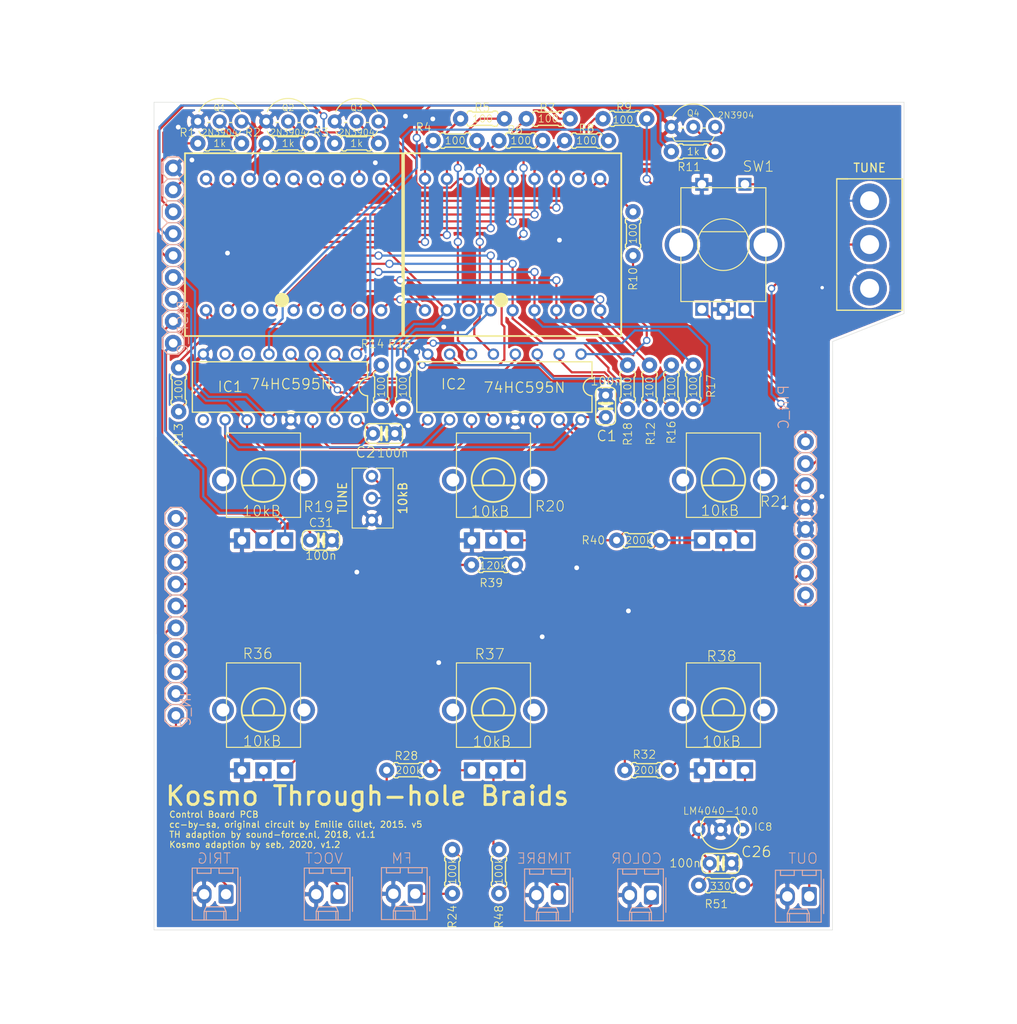
<source format=kicad_pcb>
(kicad_pcb (version 20171130) (host pcbnew 5.1.6+dfsg1-1)
  (layers (0 Top signal) (31 Bottom signal) (34 B.Paste user) (35 F.Paste user) (36 B.SilkS user) (37 F.SilkS user) (38 B.Mask user) (39 F.Mask user) (44 Edge.Cuts user))
  (net 0 "")
  (net 1 GND)
  (net 2 N$1)
  (net 3 N$2)
  (net 4 N$3)
  (net 5 N$4)
  (net 6 N$5)
  (net 7 N$6)
  (net 8 N$9)
  (net 9 N$10)
  (net 10 N$15)
  (net 11 N$16)
  (net 12 N$17)
  (net 13 N$18)
  (net 14 N$19)
  (net 15 N$20)
  (net 16 N$21)
  (net 17 N$22)
  (net 18 N$23)
  (net 19 N$24)
  (net 20 N$25)
  (net 21 N$26)
  (net 22 N$27)
  (net 23 N$28)
  (net 24 N$30)
  (net 25 N$31)
  (net 26 N$32)
  (net 27 N$33)
  (net 28 N$34)
  (net 29 N$35)
  (net 30 N$36)
  (net 31 N$37)
  (net 32 N$38)
  (net 33 N$39)
  (net 34 N$40)
  (net 35 N$41)
  (net 36 N$42)
  (net 37 N$43)
  (net 38 N$44)
  (net 39 N$61)
  (net 40 N$65)
  (net 41 N$62)
  (net 42 N$48)
  (net 43 AREF_-10)
  (net 44 OUT_1)
  (net 45 TIMBRE_JACK_2)
  (net 46 VOCT_JACK_1)
  (net 47 FM_JACK1)
  (net 48 COLOR_JACK_1)
  (net 49 TIMBRE_POT_A_1)
  (net 50 TIMBRE_POT_B_1)
  (net 51 VOCT_POT_1)
  (net 52 TRIG_JACK_1)
  (net 53 FINE_TUNE_1)
  (net 54 FM_POT_B_1)
  (net 55 FM_POT_A_1)
  (net 56 COLOR_POT_1)
  (net 57 +3V3_1)
  (net 58 VEE_1)
  (net 59 DISP_SER_1)
  (net 60 DISP_SCK_1)
  (net 61 DISP_EN_1)
  (net 62 DISP_CHAR0_1)
  (net 63 DISP_CHAR1_1)
  (net 64 DISP_CHAR2_1)
  (net 65 DISP_CHAR3_1)
  (net 66 ENC_CLICK_1)
  (net 67 ENC_A_1)
  (net 68 ENC_B_1)
  (net 69 UNUSED_1)
  (net 70 tune_sel)
  (net 71 coarse_knob)
  (net 72 trim)
  (module "lfo:SPDT SWITCH" (layer Top) (at 192 68)
    (fp_text reference TUNE (at 0 -8.89) (layer F.SilkS))
    (fp_text value "SPST SWITCH")
    (pad 1 thru_hole circle (at 0 -5.08) (size 4 4) (drill 2.2) (layers *.Cu *.Mask) (net 71 coarse_knob))
    (pad 2 thru_hole circle (at 0 0) (size 4 4) (drill 2.2) (layers *.Cu *.Mask) (net 70 tune_sel))
    (pad 3 thru_hole circle (at 0 5.08) (size 4 4) (drill 2.2) (layers *.Cu *.Mask) (net 72 trim))
  )
  (module Potentiometer_THT:Potentiometer_Bourns_3266Y_Vertical (layer Top) (at 134.27 94.87 90)
    (fp_text reference TUNE (at -2.54 -3.41 90) (layer F.SilkS))
    (fp_text value 10kB (at -2.54 3.59 90) (layer F.SilkS))
    (pad 3 thru_hole circle (at -5.08 0 90) (size 1.44 1.44) (drill 0.8) (layers *.Cu *.Mask) (net 1 GND))
    (pad 2 thru_hole circle (at -2.54 0 90) (size 1.44 1.44) (drill 0.8) (layers *.Cu *.Mask) (net 72 trim))
    (pad 1 thru_hole circle (at 0 0 90) (size 1.44 1.44) (drill 0.8) (layers *.Cu *.Mask) (net 43 AREF_-10))
  )
  (module braids_through-hole_V1.1_CONTROL:0204_5 (layer Top) (at 174.7225 142.305 180)
    (fp_text reference R51 (at -0.9364 -1.6314 180) (layer F.SilkS) (effects (font (size 0.94107 0.94107) (thickness 0.09906)) (justify right top)))
    (fp_text value 330 (at -1.2364 0.3686 180) (layer F.SilkS) (effects (font (size 0.84455 0.84455) (thickness 0.0889)) (justify right top)))
    (pad 2 thru_hole circle (at 2.54 0 180) (size 1.778 1.778) (drill 0.8128) (layers *.Cu *.Mask) (net 43 AREF_-10))
    (pad 1 thru_hole circle (at -2.54 0 180) (size 1.778 1.778) (drill 0.8128) (layers *.Cu *.Mask) (net 58 VEE_1))
  )
  (module braids_through-hole_V1.1_CONTROL:0204_5 (layer Top) (at 165.1975 102.3)
    (fp_text reference R40 (at -3.81 0) (layer F.SilkS) (effects (font (size 0.94107 0.94107) (thickness 0.09906)) (justify right)))
    (fp_text value 200k (at 0 0) (layer F.SilkS) (effects (font (size 0.84455 0.84455) (thickness 0.0889))))
    (pad 2 thru_hole circle (at 2.54 0) (size 1.778 1.778) (drill 0.8128) (layers *.Cu *.Mask) (net 54 FM_POT_B_1))
    (pad 1 thru_hole circle (at -2.54 0) (size 1.778 1.778) (drill 0.8128) (layers *.Cu *.Mask))
  )
  (module braids_through-hole_V1.1_CONTROL:0204_5 (layer Top) (at 166.15 128.97 180)
    (fp_text reference R32 (at -1.15 1.82) (layer F.SilkS) (effects (font (size 0.94107 0.94107) (thickness 0.094107)) (justify right)))
    (fp_text value 200k (at 0 0) (layer F.SilkS) (effects (font (size 0.84455 0.84455) (thickness 0.084455))))
    (pad 2 thru_hole circle (at 2.54 0 180) (size 1.778 1.778) (drill 0.8128) (layers *.Cu *.Mask) (net 56 COLOR_POT_1))
    (pad 1 thru_hole circle (at -2.54 0 180) (size 1.778 1.778) (drill 0.8128) (layers *.Cu *.Mask) (net 40 N$65))
  )
  (module braids_through-hole_V1.1_CONTROL:0204_5 (layer Top) (at 138.5275 128.97)
    (fp_text reference R28 (at 1.1725 -1.67) (layer F.SilkS) (effects (font (size 0.94107 0.94107) (thickness 0.09906)) (justify right)))
    (fp_text value 200k (at 0 0) (layer F.SilkS) (effects (font (size 0.84455 0.84455) (thickness 0.0889))))
    (pad 2 thru_hole circle (at 2.54 0) (size 1.778 1.778) (drill 0.8128) (layers *.Cu *.Mask) (net 50 TIMBRE_POT_B_1))
    (pad 1 thru_hole circle (at -2.54 0) (size 1.778 1.778) (drill 0.8128) (layers *.Cu *.Mask) (net 39 N$61))
  )
  (module braids_through-hole_V1.1_CONTROL:0204_5 (layer Top) (at 149.005 140.7175 90)
    (fp_text reference R48 (at -3.81 0 90) (layer F.SilkS) (effects (font (size 0.94107 0.94107) (thickness 0.09906)) (justify right)))
    (fp_text value 100k (at 0 0 90) (layer F.SilkS) (effects (font (size 0.84455 0.84455) (thickness 0.0889))))
    (pad 2 thru_hole circle (at 2.54 0 90) (size 1.778 1.778) (drill 0.8128) (layers *.Cu *.Mask) (net 41 N$62))
    (pad 1 thru_hole circle (at -2.54 0 90) (size 1.778 1.778) (drill 0.8128) (layers *.Cu *.Mask) (net 45 TIMBRE_JACK_2))
  )
  (module braids_through-hole_V1.1_CONTROL:0204_5 (layer Top) (at 143.6075 140.7175 90)
    (fp_text reference R24 (at -3.81 0 90) (layer F.SilkS) (effects (font (size 0.94107 0.94107) (thickness 0.09906)) (justify right)))
    (fp_text value 100k (at 0 0 90) (layer F.SilkS) (effects (font (size 0.84455 0.84455) (thickness 0.0889))))
    (pad 2 thru_hole circle (at 2.54 0 90) (size 1.778 1.778) (drill 0.8128) (layers *.Cu *.Mask) (net 42 N$48))
    (pad 1 thru_hole circle (at -2.54 0 90) (size 1.778 1.778) (drill 0.8128) (layers *.Cu *.Mask) (net 47 FM_JACK1))
  )
  (module braids_through-hole_V1.1_CONTROL:0204_5 (layer Top) (at 148.37 105.1575 180)
    (fp_text reference R39 (at -1.18 -1.5425 180) (layer F.SilkS) (effects (font (size 0.94107 0.94107) (thickness 0.09906)) (justify right top)))
    (fp_text value 120k (at -1.53 0.4075 180) (layer F.SilkS) (effects (font (size 0.84455 0.84455) (thickness 0.0889)) (justify right top)))
    (pad 2 thru_hole circle (at 2.54 0 180) (size 1.778 1.778) (drill 0.8128) (layers *.Cu *.Mask) (net 51 VOCT_POT_1))
    (pad 1 thru_hole circle (at -2.54 0 180) (size 1.778 1.778) (drill 0.8128) (layers *.Cu *.Mask) (net 70 tune_sel))
  )
  (module braids_through-hole_V1.1_CONTROL:0204_5 (layer Top) (at 159.165 55.945 180)
    (fp_text reference R8 (at -0.985 1.395) (layer F.SilkS) (effects (font (size 0.94107 0.94107) (thickness 0.094107)) (justify right)))
    (fp_text value 100 (at 0 0) (layer F.SilkS) (effects (font (size 0.84455 0.84455) (thickness 0.084455))))
    (pad 2 thru_hole circle (at 2.54 0 180) (size 1.778 1.778) (drill 0.8128) (layers *.Cu *.Mask) (net 23 N$28))
    (pad 1 thru_hole circle (at -2.54 0 180) (size 1.778 1.778) (drill 0.8128) (layers *.Cu *.Mask) (net 38 N$44))
  )
  (module braids_through-hole_V1.1_CONTROL:0204_5 (layer Top) (at 135.3525 84.52 270)
    (fp_text reference R14 (at -4.995 -0.4225 180) (layer F.SilkS) (effects (font (size 0.94107 0.94107) (thickness 0.094107)) (justify right)))
    (fp_text value 100 (at 0 0 90) (layer F.SilkS) (effects (font (size 0.84455 0.84455) (thickness 0.084455))))
    (pad 2 thru_hole circle (at 2.54 0 270) (size 1.778 1.778) (drill 0.8128) (layers *.Cu *.Mask) (net 22 N$27))
    (pad 1 thru_hole circle (at -2.54 0 270) (size 1.778 1.778) (drill 0.8128) (layers *.Cu *.Mask) (net 37 N$43))
  )
  (module braids_through-hole_V1.1_CONTROL:0204_5 (layer Top) (at 137.8925 84.52 90)
    (fp_text reference R15 (at 4.97 1.0575 180) (layer F.SilkS) (effects (font (size 0.94107 0.94107) (thickness 0.094107)) (justify right)))
    (fp_text value 100 (at 0 0 90) (layer F.SilkS) (effects (font (size 0.84455 0.84455) (thickness 0.084455))))
    (pad 2 thru_hole circle (at 2.54 0 90) (size 1.778 1.778) (drill 0.8128) (layers *.Cu *.Mask) (net 21 N$26))
    (pad 1 thru_hole circle (at -2.54 0 90) (size 1.778 1.778) (drill 0.8128) (layers *.Cu *.Mask) (net 36 N$42))
  )
  (module braids_through-hole_V1.1_CONTROL:0204_5 (layer Top) (at 169.0075 84.52 270)
    (fp_text reference R16 (at 3.83 0.0075 90) (layer F.SilkS) (effects (font (size 0.94107 0.94107) (thickness 0.094107)) (justify right)))
    (fp_text value 100 (at 0 0 90) (layer F.SilkS) (effects (font (size 0.84455 0.84455) (thickness 0.084455))))
    (pad 2 thru_hole circle (at 2.54 0 270) (size 1.778 1.778) (drill 0.8128) (layers *.Cu *.Mask) (net 20 N$25))
    (pad 1 thru_hole circle (at -2.54 0 270) (size 1.778 1.778) (drill 0.8128) (layers *.Cu *.Mask) (net 35 N$41))
  )
  (module braids_through-hole_V1.1_CONTROL:0204_5 (layer Top) (at 171.5475 84.52 270)
    (fp_text reference R17 (at -1.52 -2.0525 90) (layer F.SilkS) (effects (font (size 0.94107 0.94107) (thickness 0.094107)) (justify right)))
    (fp_text value 100 (at 0 0 90) (layer F.SilkS) (effects (font (size 0.84455 0.84455) (thickness 0.084455))))
    (pad 2 thru_hole circle (at 2.54 0 270) (size 1.778 1.778) (drill 0.8128) (layers *.Cu *.Mask) (net 19 N$24))
    (pad 1 thru_hole circle (at -2.54 0 270) (size 1.778 1.778) (drill 0.8128) (layers *.Cu *.Mask) (net 34 N$40))
  )
  (module braids_through-hole_V1.1_CONTROL:0204_5 (layer Top) (at 154.72 53.405 180)
    (fp_text reference R7 (at -0.88 1.255) (layer F.SilkS) (effects (font (size 0.94107 0.94107) (thickness 0.094107)) (justify right)))
    (fp_text value 100 (at 0 0) (layer F.SilkS) (effects (font (size 0.84455 0.84455) (thickness 0.084455))))
    (pad 2 thru_hole circle (at 2.54 0 180) (size 1.778 1.778) (drill 0.8128) (layers *.Cu *.Mask) (net 18 N$23))
    (pad 1 thru_hole circle (at -2.54 0 180) (size 1.778 1.778) (drill 0.8128) (layers *.Cu *.Mask) (net 33 N$39))
  )
  (module braids_through-hole_V1.1_CONTROL:0204_5 (layer Top) (at 151.545 55.945 180)
    (fp_text reference R6 (at -0.305 1.245) (layer F.SilkS) (effects (font (size 0.94107 0.94107) (thickness 0.094107)) (justify right)))
    (fp_text value 100 (at 0 0) (layer F.SilkS) (effects (font (size 0.84455 0.84455) (thickness 0.084455))))
    (pad 2 thru_hole circle (at 2.54 0 180) (size 1.778 1.778) (drill 0.8128) (layers *.Cu *.Mask) (net 17 N$22))
    (pad 1 thru_hole circle (at -2.54 0 180) (size 1.778 1.778) (drill 0.8128) (layers *.Cu *.Mask) (net 24 N$30))
  )
  (module braids_through-hole_V1.1_CONTROL:0204_5 (layer Top) (at 147.1 53.405 180)
    (fp_text reference R5 (at -0.95 1.305) (layer F.SilkS) (effects (font (size 0.94107 0.94107) (thickness 0.094107)) (justify right)))
    (fp_text value 100 (at 0 0) (layer F.SilkS) (effects (font (size 0.84455 0.84455) (thickness 0.084455))))
    (pad 2 thru_hole circle (at 2.54 0 180) (size 1.778 1.778) (drill 0.8128) (layers *.Cu *.Mask) (net 16 N$21))
    (pad 1 thru_hole circle (at -2.54 0 180) (size 1.778 1.778) (drill 0.8128) (layers *.Cu *.Mask) (net 32 N$38))
  )
  (module braids_through-hole_V1.1_CONTROL:0204_5 (layer Top) (at 143.925 55.945 180)
    (fp_text reference R4 (at 2.675 1.545) (layer F.SilkS) (effects (font (size 0.94107 0.94107) (thickness 0.094107)) (justify right)))
    (fp_text value 100 (at 0 0) (layer F.SilkS) (effects (font (size 0.84455 0.84455) (thickness 0.084455))))
    (pad 2 thru_hole circle (at 2.54 0 180) (size 1.778 1.778) (drill 0.8128) (layers *.Cu *.Mask) (net 15 N$20))
    (pad 1 thru_hole circle (at -2.54 0 180) (size 1.778 1.778) (drill 0.8128) (layers *.Cu *.Mask) (net 31 N$37))
  )
  (module braids_through-hole_V1.1_CONTROL:0204_5 (layer Top) (at 111.8575 84.8375 90)
    (fp_text reference R13 (at -3.81 0 90) (layer F.SilkS) (effects (font (size 0.94107 0.94107) (thickness 0.09906)) (justify right)))
    (fp_text value 100 (at 0 0 90) (layer F.SilkS) (effects (font (size 0.84455 0.84455) (thickness 0.0889))))
    (pad 2 thru_hole circle (at 2.54 0 90) (size 1.778 1.778) (drill 0.8128) (layers *.Cu *.Mask) (net 14 N$19))
    (pad 1 thru_hole circle (at -2.54 0 90) (size 1.778 1.778) (drill 0.8128) (layers *.Cu *.Mask) (net 30 N$36))
  )
  (module braids_through-hole_V1.1_CONTROL:0204_5 (layer Top) (at 163.9275 84.52 90)
    (fp_text reference R18 (at -4.03 0.0225 90) (layer F.SilkS) (effects (font (size 0.94107 0.94107) (thickness 0.094107)) (justify right)))
    (fp_text value 100 (at 0 0 90) (layer F.SilkS) (effects (font (size 0.84455 0.84455) (thickness 0.084455))))
    (pad 2 thru_hole circle (at 2.54 0 90) (size 1.778 1.778) (drill 0.8128) (layers *.Cu *.Mask) (net 13 N$18))
    (pad 1 thru_hole circle (at -2.54 0 90) (size 1.778 1.778) (drill 0.8128) (layers *.Cu *.Mask) (net 29 N$35))
  )
  (module braids_through-hole_V1.1_CONTROL:0204_5 (layer Top) (at 166.4675 84.52 90)
    (fp_text reference R12 (at -3.98 0.1325 90) (layer F.SilkS) (effects (font (size 0.94107 0.94107) (thickness 0.094107)) (justify right)))
    (fp_text value 100 (at 0 0 90) (layer F.SilkS) (effects (font (size 0.84455 0.84455) (thickness 0.084455))))
    (pad 2 thru_hole circle (at 2.54 0 90) (size 1.778 1.778) (drill 0.8128) (layers *.Cu *.Mask) (net 12 N$17))
    (pad 1 thru_hole circle (at -2.54 0 90) (size 1.778 1.778) (drill 0.8128) (layers *.Cu *.Mask) (net 28 N$34))
  )
  (module braids_through-hole_V1.1_CONTROL:0204_5 (layer Top) (at 164.5625 66.74 90)
    (fp_text reference R10 (at -3.81 0 90) (layer F.SilkS) (effects (font (size 0.94107 0.94107) (thickness 0.09906)) (justify right)))
    (fp_text value 100 (at 0 0 90) (layer F.SilkS) (effects (font (size 0.84455 0.84455) (thickness 0.0889))))
    (pad 2 thru_hole circle (at 2.54 0 90) (size 1.778 1.778) (drill 0.8128) (layers *.Cu *.Mask) (net 11 N$16))
    (pad 1 thru_hole circle (at -2.54 0 90) (size 1.778 1.778) (drill 0.8128) (layers *.Cu *.Mask) (net 27 N$33))
  )
  (module braids_through-hole_V1.1_CONTROL:0204_5 (layer Top) (at 163.61 53.405 180)
    (fp_text reference R9 (at -0.89 1.905 180) (layer F.SilkS) (effects (font (size 0.94107 0.94107) (thickness 0.09906)) (justify right top)))
    (fp_text value 100 (at -1.0489 0.3686 180) (layer F.SilkS) (effects (font (size 0.84455 0.84455) (thickness 0.0889)) (justify right top)))
    (pad 2 thru_hole circle (at 2.54 0 180) (size 1.778 1.778) (drill 0.8128) (layers *.Cu *.Mask) (net 10 N$15))
    (pad 1 thru_hole circle (at -2.54 0 180) (size 1.778 1.778) (drill 0.8128) (layers *.Cu *.Mask) (net 26 N$32))
  )
  (module braids_through-hole_V1.1_CONTROL:0204_5 (layer Top) (at 124.5575 56.2625)
    (fp_text reference R2 (at -3.1075 -1.2625) (layer F.SilkS) (effects (font (size 0.94107 0.94107) (thickness 0.094107)) (justify right)))
    (fp_text value 1k (at 0 0) (layer F.SilkS) (effects (font (size 0.84455 0.84455) (thickness 0.084455))))
    (pad 2 thru_hole circle (at 2.54 0) (size 1.778 1.778) (drill 0.8128) (layers *.Cu *.Mask) (net 9 N$10))
    (pad 1 thru_hole circle (at -2.54 0) (size 1.778 1.778) (drill 0.8128) (layers *.Cu *.Mask) (net 65 DISP_CHAR3_1))
  )
  (module braids_through-hole_V1.1_CONTROL:0204_5 (layer Top) (at 116.62 56.2625)
    (fp_text reference R1 (at -2.77 -1.2375) (layer F.SilkS) (effects (font (size 0.94107 0.94107) (thickness 0.094107)) (justify right)))
    (fp_text value 1k (at 0 0) (layer F.SilkS) (effects (font (size 0.84455 0.84455) (thickness 0.084455))))
    (pad 2 thru_hole circle (at 2.54 0) (size 1.778 1.778) (drill 0.8128) (layers *.Cu *.Mask) (net 8 N$9))
    (pad 1 thru_hole circle (at -2.54 0) (size 1.778 1.778) (drill 0.8128) (layers *.Cu *.Mask) (net 64 DISP_CHAR2_1))
  )
  (module braids_through-hole_V1.1_CONTROL:0204_5 (layer Top) (at 171.5475 57.215)
    (fp_text reference R11 (at 0.9525 1.785) (layer F.SilkS) (effects (font (size 0.94107 0.94107) (thickness 0.09906)) (justify right)))
    (fp_text value 1k (at 0 0) (layer F.SilkS) (effects (font (size 0.84455 0.84455) (thickness 0.0889))))
    (pad 2 thru_hole circle (at 2.54 0) (size 1.778 1.778) (drill 0.8128) (layers *.Cu *.Mask) (net 7 N$6))
    (pad 1 thru_hole circle (at -2.54 0) (size 1.778 1.778) (drill 0.8128) (layers *.Cu *.Mask) (net 63 DISP_CHAR1_1))
  )
  (module braids_through-hole_V1.1_CONTROL:0204_5 (layer Top) (at 132.495 56.2625)
    (fp_text reference R3 (at -3.145 -1.2625) (layer F.SilkS) (effects (font (size 0.94107 0.94107) (thickness 0.094107)) (justify right)))
    (fp_text value 1k (at 0 0) (layer F.SilkS) (effects (font (size 0.84455 0.84455) (thickness 0.084455))))
    (pad 2 thru_hole circle (at 2.54 0) (size 1.778 1.778) (drill 0.8128) (layers *.Cu *.Mask) (net 6 N$5))
    (pad 1 thru_hole circle (at -2.54 0) (size 1.778 1.778) (drill 0.8128) (layers *.Cu *.Mask) (net 62 DISP_CHAR0_1))
  )
  (module Connector_Molex:Molex_KK-254_AE-6410-02A_1x02_P2.54mm_Vertical (layer Bottom) (at 117.35 143.35 180)
    (fp_text reference TRIG (at -0.65 4.85 180) (layer B.SilkS) (effects (font (size 1.2065 1.2065) (thickness 0.09652)) (justify left top mirror)))
    (fp_text value PJ301_THONKICONN6 hide)
    (pad 2 thru_hole oval (at 2.54 0 180) (size 1.74 2.2) (drill 1.2) (layers *.Cu *.Mask) (net 1 GND))
    (pad 1 thru_hole roundrect (at 0 0 180) (size 1.74 2.2) (drill 1.2) (layers *.Cu *.Mask) (roundrect_rratio 0.144) (net 52 TRIG_JACK_1))
  )
  (module Connector_Molex:Molex_KK-254_AE-6410-02A_1x02_P2.54mm_Vertical (layer Bottom) (at 130.35 143.35 180)
    (fp_text reference VOCT (at -0.65 4.85 180) (layer B.SilkS) (effects (font (size 1.2065 1.2065) (thickness 0.09652)) (justify left top mirror)))
    (fp_text value PJ301_THONKICONN6 hide)
    (pad 2 thru_hole oval (at 2.54 0 180) (size 1.74 2.2) (drill 1.2) (layers *.Cu *.Mask) (net 1 GND))
    (pad 1 thru_hole roundrect (at 0 0 180) (size 1.74 2.2) (drill 1.2) (layers *.Cu *.Mask) (roundrect_rratio 0.144) (net 46 VOCT_JACK_1))
  )
  (module Connector_Molex:Molex_KK-254_AE-6410-02A_1x02_P2.54mm_Vertical (layer Bottom) (at 139.3 143.3 180)
    (fp_text reference FM (at 0.3 4.8 180) (layer B.SilkS) (effects (font (size 1.2065 1.2065) (thickness 0.09652)) (justify left top mirror)))
    (fp_text value PJ301_THONKICONN6 hide)
    (pad 2 thru_hole oval (at 2.54 0 180) (size 1.74 2.2) (drill 1.2) (layers *.Cu *.Mask) (net 1 GND))
    (pad 1 thru_hole roundrect (at 0 0 180) (size 1.74 2.2) (drill 1.2) (layers *.Cu *.Mask) (roundrect_rratio 0.144) (net 47 FM_JACK1))
  )
  (module Connector_Molex:Molex_KK-254_AE-6410-02A_1x02_P2.54mm_Vertical (layer Bottom) (at 155.9 143.45 180)
    (fp_text reference TIMBRE (at -1.6 4.95 180) (layer B.SilkS) (effects (font (size 1.2065 1.2065) (thickness 0.09652)) (justify left top mirror)))
    (fp_text value PJ301_THONKICONN6 hide)
    (pad 2 thru_hole oval (at 2.54 0 180) (size 1.74 2.2) (drill 1.2) (layers *.Cu *.Mask) (net 1 GND))
    (pad 1 thru_hole roundrect (at 0 0 180) (size 1.74 2.2) (drill 1.2) (layers *.Cu *.Mask) (roundrect_rratio 0.144) (net 45 TIMBRE_JACK_2))
  )
  (module Connector_Molex:Molex_KK-254_AE-6410-02A_1x02_P2.54mm_Vertical (layer Bottom) (at 166.7 143.45 180)
    (fp_text reference COLOR (at -1.3 4.95 180) (layer B.SilkS) (effects (font (size 1.2065 1.2065) (thickness 0.09652)) (justify left top mirror)))
    (fp_text value PJ301_THONKICONN6 hide)
    (pad 2 thru_hole oval (at 2.54 0 180) (size 1.74 2.2) (drill 1.2) (layers *.Cu *.Mask) (net 1 GND))
    (pad 1 thru_hole roundrect (at 0 0 180) (size 1.74 2.2) (drill 1.2) (layers *.Cu *.Mask) (roundrect_rratio 0.144) (net 48 COLOR_JACK_1))
  )
  (module Connector_Molex:Molex_KK-254_AE-6410-02A_1x02_P2.54mm_Vertical (layer Bottom) (at 185 143.6 180)
    (fp_text reference OUT (at 2.5 5.1 180) (layer B.SilkS) (effects (font (size 1.2065 1.2065) (thickness 0.09652)) (justify right top mirror)))
    (fp_text value PJ301_THONKICONN6 hide)
    (pad 2 thru_hole oval (at 2.54 0 180) (size 1.74 2.2) (drill 1.2) (layers *.Cu *.Mask) (net 1 GND))
    (pad 1 thru_hole roundrect (at 0 0 180) (size 1.74 2.2) (drill 1.2) (layers *.Cu *.Mask) (roundrect_rratio 0.144) (net 44 OUT_1))
  )
  (module braids_through-hole_V1.1_CONTROL:C025-024X044 (layer Top) (at 135.67 89.9175)
    (fp_text reference C2 (at -2.12 2.1825 180) (layer F.SilkS) (effects (font (size 1.2065 1.2065) (thickness 0.12065))))
    (fp_text value 100n (at 1.03 2.2825) (layer F.SilkS) (effects (font (size 0.9652 0.9652) (thickness 0.09652))))
    (pad 2 thru_hole circle (at 1.27 0) (size 1.651 1.651) (drill 0.8128) (layers *.Cu *.Mask) (net 1 GND))
    (pad 1 thru_hole circle (at -1.27 0) (size 1.651 1.651) (drill 0.8128) (layers *.Cu *.Mask) (net 57 +3V3_1))
  )
  (module braids_through-hole_V1.1_CONTROL:PDC54 (layer Top) (at 150.5925 68.01)
    (fp_text reference DISP2 hide)
    (fp_text value KINGBRIGHT-PDC54-11 hide)
    (pad 18 thru_hole circle (at -10.16 -7.62 180) (size 1.4224 1.4224) (drill 0.8) (layers *.Cu *.Mask) (net 15 N$20))
    (pad 17 thru_hole circle (at -7.62 -7.62 180) (size 1.4224 1.4224) (drill 0.8) (layers *.Cu *.Mask) (net 16 N$21))
    (pad 16 thru_hole circle (at -5.08 -7.62 180) (size 1.4224 1.4224) (drill 0.8) (layers *.Cu *.Mask) (net 2 N$1))
    (pad 15 thru_hole circle (at -2.54 -7.62 180) (size 1.4224 1.4224) (drill 0.8) (layers *.Cu *.Mask) (net 17 N$22))
    (pad 14 thru_hole circle (at 0 -7.62 180) (size 1.4224 1.4224) (drill 0.8) (layers *.Cu *.Mask) (net 18 N$23))
    (pad 13 thru_hole circle (at 2.54 -7.62 180) (size 1.4224 1.4224) (drill 0.8) (layers *.Cu *.Mask) (net 23 N$28))
    (pad 12 thru_hole circle (at 5.08 -7.62 180) (size 1.4224 1.4224) (drill 0.8) (layers *.Cu *.Mask) (net 10 N$15))
    (pad 11 thru_hole circle (at 7.62 -7.62 180) (size 1.4224 1.4224) (drill 0.8) (layers *.Cu *.Mask) (net 3 N$2))
    (pad 10 thru_hole circle (at 10.16 -7.62 180) (size 1.4224 1.4224) (drill 0.8) (layers *.Cu *.Mask) (net 11 N$16))
    (pad 9 thru_hole circle (at 10.16 7.62) (size 1.4224 1.4224) (drill 0.8) (layers *.Cu *.Mask) (net 12 N$17))
    (pad 8 thru_hole circle (at 7.62 7.62) (size 1.4224 1.4224) (drill 0.8) (layers *.Cu *.Mask))
    (pad 7 thru_hole circle (at 5.08 7.62) (size 1.4224 1.4224) (drill 0.8) (layers *.Cu *.Mask) (net 13 N$18))
    (pad 6 thru_hole circle (at 2.54 7.62) (size 1.4224 1.4224) (drill 0.8) (layers *.Cu *.Mask) (net 19 N$24))
    (pad 5 thru_hole circle (at 0 7.62) (size 1.4224 1.4224) (drill 0.8) (layers *.Cu *.Mask) (net 20 N$25))
    (pad 4 thru_hole circle (at -2.54 7.62) (size 1.4224 1.4224) (drill 0.8) (layers *.Cu *.Mask) (net 21 N$26))
    (pad 3 thru_hole circle (at -5.08 7.62) (size 1.4224 1.4224) (drill 0.8) (layers *.Cu *.Mask))
    (pad 2 thru_hole circle (at -7.62 7.62) (size 1.4224 1.4224) (drill 0.8) (layers *.Cu *.Mask) (net 22 N$27))
    (pad 1 thru_hole circle (at -10.16 7.62) (size 1.4224 1.4224) (drill 0.8) (layers *.Cu *.Mask) (net 14 N$19))
  )
  (module braids_through-hole_V1.1_CONTROL:PDC54 (layer Top) (at 125.1925 68.01)
    (fp_text reference DISP1 hide)
    (fp_text value KINGBRIGHT-PDC54-11 hide)
    (pad 18 thru_hole circle (at -10.16 -7.62 180) (size 1.4224 1.4224) (drill 0.8) (layers *.Cu *.Mask) (net 15 N$20))
    (pad 17 thru_hole circle (at -7.62 -7.62 180) (size 1.4224 1.4224) (drill 0.8) (layers *.Cu *.Mask) (net 16 N$21))
    (pad 16 thru_hole circle (at -5.08 -7.62 180) (size 1.4224 1.4224) (drill 0.8) (layers *.Cu *.Mask) (net 4 N$3))
    (pad 15 thru_hole circle (at -2.54 -7.62 180) (size 1.4224 1.4224) (drill 0.8) (layers *.Cu *.Mask) (net 17 N$22))
    (pad 14 thru_hole circle (at 0 -7.62 180) (size 1.4224 1.4224) (drill 0.8) (layers *.Cu *.Mask) (net 18 N$23))
    (pad 13 thru_hole circle (at 2.54 -7.62 180) (size 1.4224 1.4224) (drill 0.8) (layers *.Cu *.Mask) (net 23 N$28))
    (pad 12 thru_hole circle (at 5.08 -7.62 180) (size 1.4224 1.4224) (drill 0.8) (layers *.Cu *.Mask) (net 10 N$15))
    (pad 11 thru_hole circle (at 7.62 -7.62 180) (size 1.4224 1.4224) (drill 0.8) (layers *.Cu *.Mask) (net 5 N$4))
    (pad 10 thru_hole circle (at 10.16 -7.62 180) (size 1.4224 1.4224) (drill 0.8) (layers *.Cu *.Mask) (net 11 N$16))
    (pad 9 thru_hole circle (at 10.16 7.62) (size 1.4224 1.4224) (drill 0.8) (layers *.Cu *.Mask) (net 12 N$17))
    (pad 8 thru_hole circle (at 7.62 7.62) (size 1.4224 1.4224) (drill 0.8) (layers *.Cu *.Mask))
    (pad 7 thru_hole circle (at 5.08 7.62) (size 1.4224 1.4224) (drill 0.8) (layers *.Cu *.Mask) (net 13 N$18))
    (pad 6 thru_hole circle (at 2.54 7.62) (size 1.4224 1.4224) (drill 0.8) (layers *.Cu *.Mask) (net 19 N$24))
    (pad 5 thru_hole circle (at 0 7.62) (size 1.4224 1.4224) (drill 0.8) (layers *.Cu *.Mask) (net 20 N$25))
    (pad 4 thru_hole circle (at -2.54 7.62) (size 1.4224 1.4224) (drill 0.8) (layers *.Cu *.Mask) (net 21 N$26))
    (pad 3 thru_hole circle (at -5.08 7.62) (size 1.4224 1.4224) (drill 0.8) (layers *.Cu *.Mask))
    (pad 2 thru_hole circle (at -7.62 7.62) (size 1.4224 1.4224) (drill 0.8) (layers *.Cu *.Mask) (net 22 N$27))
    (pad 1 thru_hole circle (at -10.16 7.62) (size 1.4224 1.4224) (drill 0.8) (layers *.Cu *.Mask) (net 14 N$19))
  )
  (module braids_through-hole_V1.1_CONTROL:TO92-CBE (layer Top) (at 132.495 53.7225)
    (fp_text reference Q3 (at 0 -1.5875) (layer F.SilkS) (effects (font (size 0.7239 0.7239) (thickness 0.0762))))
    (fp_text value 2N3904 (at 0 1.27) (layer F.SilkS) (effects (font (size 0.7239 0.7239) (thickness 0.0762))))
    (pad B thru_hole circle (at 0 0 90) (size 1.6256 1.6256) (drill 0.8128) (layers *.Cu *.Mask) (net 6 N$5))
    (pad E thru_hole circle (at -2.54 0 90) (size 1.6256 1.6256) (drill 0.8128) (layers *.Cu *.Mask) (net 1 GND))
    (pad C thru_hole circle (at 2.54 0 90) (size 1.6256 1.6256) (drill 0.8128) (layers *.Cu *.Mask) (net 2 N$1))
  )
  (module braids_through-hole_V1.1_CONTROL:TO92-CBE (layer Top) (at 171.5475 54.3575)
    (fp_text reference Q4 (at 0 -1.5875) (layer F.SilkS) (effects (font (size 0.7239 0.7239) (thickness 0.0762))))
    (fp_text value 2N3904 (at 4.9525 -1.3575) (layer F.SilkS) (effects (font (size 0.7239 0.7239) (thickness 0.0762))))
    (pad B thru_hole circle (at 0 0 90) (size 1.6256 1.6256) (drill 0.8128) (layers *.Cu *.Mask) (net 7 N$6))
    (pad E thru_hole circle (at -2.54 0 90) (size 1.6256 1.6256) (drill 0.8128) (layers *.Cu *.Mask) (net 1 GND))
    (pad C thru_hole circle (at 2.54 0 90) (size 1.6256 1.6256) (drill 0.8128) (layers *.Cu *.Mask) (net 3 N$2))
  )
  (module braids_through-hole_V1.1_CONTROL:TO92-CBE (layer Top) (at 116.62 53.7225)
    (fp_text reference Q1 (at 0 -1.5875) (layer F.SilkS) (effects (font (size 0.7239 0.7239) (thickness 0.0762))))
    (fp_text value 2N3904 (at 0 1.27) (layer F.SilkS) (effects (font (size 0.7239 0.7239) (thickness 0.0762))))
    (pad B thru_hole circle (at 0 0 90) (size 1.6256 1.6256) (drill 0.8128) (layers *.Cu *.Mask) (net 8 N$9))
    (pad E thru_hole circle (at -2.54 0 90) (size 1.6256 1.6256) (drill 0.8128) (layers *.Cu *.Mask) (net 1 GND))
    (pad C thru_hole circle (at 2.54 0 90) (size 1.6256 1.6256) (drill 0.8128) (layers *.Cu *.Mask) (net 4 N$3))
  )
  (module braids_through-hole_V1.1_CONTROL:TO92-CBE (layer Top) (at 124.5575 53.7225)
    (fp_text reference Q2 (at 0 -1.5875) (layer F.SilkS) (effects (font (size 0.7239 0.7239) (thickness 0.0762))))
    (fp_text value 2N3904 (at 0 1.27) (layer F.SilkS) (effects (font (size 0.7239 0.7239) (thickness 0.0762))))
    (pad B thru_hole circle (at 0 0 90) (size 1.6256 1.6256) (drill 0.8128) (layers *.Cu *.Mask) (net 9 N$10))
    (pad E thru_hole circle (at -2.54 0 90) (size 1.6256 1.6256) (drill 0.8128) (layers *.Cu *.Mask) (net 1 GND))
    (pad C thru_hole circle (at 2.54 0 90) (size 1.6256 1.6256) (drill 0.8128) (layers *.Cu *.Mask) (net 5 N$4))
  )
  (module braids_through-hole_V1.1_CONTROL:ALPS_EC12E_SW (layer Top) (at 175.04 68.01)
    (fp_text reference SW1 (at 2.16 -8.36) (layer F.SilkS) (effects (font (size 1.2065 1.2065) (thickness 0.09652)) (justify left bottom)))
    (fp_text value EC12E_SW hide)
    (pad GND2 thru_hole circle (at 4.9 0) (size 3.816 3.816) (drill 2.8) (layers *.Cu *.Mask))
    (pad GND1 thru_hole circle (at -4.9 0) (size 3.816 3.816) (drill 2.8) (layers *.Cu *.Mask))
    (pad E thru_hole rect (at 2.5 -7) (size 1.508 1.508) (drill 1) (layers *.Cu *.Mask) (net 66 ENC_CLICK_1))
    (pad D thru_hole rect (at -2.5 -7) (size 1.508 1.508) (drill 1) (layers *.Cu *.Mask) (net 1 GND))
    (pad B thru_hole rect (at 2.5 7.5) (size 1.508 1.508) (drill 1) (layers *.Cu *.Mask) (net 67 ENC_A_1))
    (pad C thru_hole rect (at 0 7.5) (size 1.508 1.508) (drill 1) (layers *.Cu *.Mask) (net 1 GND))
    (pad A thru_hole rect (at -2.5 7.5) (size 1.508 1.508) (drill 1) (layers *.Cu *.Mask) (net 68 ENC_B_1))
  )
  (module braids_through-hole_V1.1_CONTROL:ALPS_POT_VERTICAL_PS (layer Top) (at 148.37 95.315 180)
    (fp_text reference R20 (at -8.38 -2.335 180) (layer F.SilkS) (effects (font (size 1.2065 1.2065) (thickness 0.1016)) (justify right top)))
    (fp_text value 10kB (at -1.93 -2.935 180) (layer F.SilkS) (effects (font (size 1.2065 1.2065) (thickness 0.1016)) (justify right top)))
    (pad P$5 thru_hole circle (at 4.7 0 90) (size 2.54 2.54) (drill 1.5) (layers *.Cu *.Mask))
    (pad P$4 thru_hole circle (at -4.7 0 90) (size 2.54 2.54) (drill 1.5) (layers *.Cu *.Mask))
    (pad P$3 thru_hole rect (at 2.5 -7 90) (size 1.8796 1.8796) (drill 1) (layers *.Cu *.Mask) (net 1 GND))
    (pad P$2 thru_hole rect (at 0 -7 90) (size 1.8796 1.8796) (drill 1) (layers *.Cu *.Mask) (net 71 coarse_knob))
    (pad P$1 thru_hole rect (at -2.5 -7 90) (size 1.8796 1.8796) (drill 1) (layers *.Cu *.Mask) (net 43 AREF_-10))
  )
  (module braids_through-hole_V1.1_CONTROL:ALPS_POT_VERTICAL_PS (layer Top) (at 175.04 95.315 180)
    (fp_text reference R21 (at -7.81 -1.785 180) (layer F.SilkS) (effects (font (size 1.2065 1.2065) (thickness 0.1016)) (justify right top)))
    (fp_text value 10kB (at -1.91 -2.835 180) (layer F.SilkS) (effects (font (size 1.2065 1.2065) (thickness 0.1016)) (justify right top)))
    (pad P$5 thru_hole circle (at 4.7 0 90) (size 2.54 2.54) (drill 1.5) (layers *.Cu *.Mask))
    (pad P$4 thru_hole circle (at -4.7 0 90) (size 2.54 2.54) (drill 1.5) (layers *.Cu *.Mask))
    (pad P$3 thru_hole rect (at 2.5 -7 90) (size 1.8796 1.8796) (drill 1) (layers *.Cu *.Mask) (net 54 FM_POT_B_1))
    (pad P$2 thru_hole rect (at 0 -7 90) (size 1.8796 1.8796) (drill 1) (layers *.Cu *.Mask) (net 42 N$48))
    (pad P$1 thru_hole rect (at -2.5 -7 90) (size 1.8796 1.8796) (drill 1) (layers *.Cu *.Mask) (net 55 FM_POT_A_1))
  )
  (module braids_through-hole_V1.1_CONTROL:ALPS_POT_VERTICAL_PS (layer Top) (at 121.7 121.985 180)
    (fp_text reference R36 (at -1.15 7.235 180) (layer F.SilkS) (effects (font (size 1.2065 1.2065) (thickness 0.1016)) (justify right top)))
    (fp_text value 10kB (at -2.15 -2.915 180) (layer F.SilkS) (effects (font (size 1.2065 1.2065) (thickness 0.1016)) (justify right top)))
    (pad P$5 thru_hole circle (at 4.7 0 90) (size 2.54 2.54) (drill 1.5) (layers *.Cu *.Mask))
    (pad P$4 thru_hole circle (at -4.7 0 90) (size 2.54 2.54) (drill 1.5) (layers *.Cu *.Mask))
    (pad P$3 thru_hole rect (at 2.5 -7 90) (size 1.8796 1.8796) (drill 1) (layers *.Cu *.Mask) (net 1 GND))
    (pad P$2 thru_hole rect (at 0 -7 90) (size 1.8796 1.8796) (drill 1) (layers *.Cu *.Mask) (net 39 N$61))
    (pad P$1 thru_hole rect (at -2.5 -7 90) (size 1.8796 1.8796) (drill 1) (layers *.Cu *.Mask) (net 43 AREF_-10))
  )
  (module braids_through-hole_V1.1_CONTROL:ALPS_POT_VERTICAL_PS (layer Top) (at 148.37 121.985 180)
    (fp_text reference R37 (at -1.38 7.185 180) (layer F.SilkS) (effects (font (size 1.2065 1.2065) (thickness 0.1016)) (justify right top)))
    (fp_text value 10kB (at -2.13 -2.965 180) (layer F.SilkS) (effects (font (size 1.2065 1.2065) (thickness 0.1016)) (justify right top)))
    (pad P$5 thru_hole circle (at 4.7 0 90) (size 2.54 2.54) (drill 1.5) (layers *.Cu *.Mask))
    (pad P$4 thru_hole circle (at -4.7 0 90) (size 2.54 2.54) (drill 1.5) (layers *.Cu *.Mask))
    (pad P$3 thru_hole rect (at 2.5 -7 90) (size 1.8796 1.8796) (drill 1) (layers *.Cu *.Mask) (net 50 TIMBRE_POT_B_1))
    (pad P$2 thru_hole rect (at 0 -7 90) (size 1.8796 1.8796) (drill 1) (layers *.Cu *.Mask) (net 41 N$62))
    (pad P$1 thru_hole rect (at -2.5 -7 90) (size 1.8796 1.8796) (drill 1) (layers *.Cu *.Mask) (net 49 TIMBRE_POT_A_1))
  )
  (module braids_through-hole_V1.1_CONTROL:DIL16 (layer Top) (at 149.64 84.52 180)
    (fp_text reference IC2 (at 7.44 -0.38) (layer F.SilkS) (effects (font (size 1.2065 1.2065) (thickness 0.12065)) (justify left bottom)))
    (fp_text value 74HC595N (at 2.49 -0.78) (layer F.SilkS) (effects (font (size 1.2065 1.2065) (thickness 0.12065)) (justify left bottom)))
    (pad 16 thru_hole circle (at -8.89 -3.81 270) (size 1.3208 1.3208) (drill 0.8128) (layers *.Cu *.Mask) (net 57 +3V3_1))
    (pad 15 thru_hole circle (at -6.35 -3.81 270) (size 1.3208 1.3208) (drill 0.8128) (layers *.Cu *.Mask) (net 26 N$32))
    (pad 14 thru_hole circle (at -3.81 -3.81 270) (size 1.3208 1.3208) (drill 0.8128) (layers *.Cu *.Mask) (net 59 DISP_SER_1))
    (pad 13 thru_hole circle (at -1.27 -3.81 270) (size 1.3208 1.3208) (drill 0.8128) (layers *.Cu *.Mask) (net 1 GND))
    (pad 12 thru_hole circle (at 1.27 -3.81 270) (size 1.3208 1.3208) (drill 0.8128) (layers *.Cu *.Mask) (net 61 DISP_EN_1))
    (pad 11 thru_hole circle (at 3.81 -3.81 270) (size 1.3208 1.3208) (drill 0.8128) (layers *.Cu *.Mask) (net 60 DISP_SCK_1))
    (pad 10 thru_hole circle (at 6.35 -3.81 270) (size 1.3208 1.3208) (drill 0.8128) (layers *.Cu *.Mask) (net 57 +3V3_1))
    (pad 9 thru_hole circle (at 8.89 -3.81 270) (size 1.3208 1.3208) (drill 0.8128) (layers *.Cu *.Mask) (net 25 N$31))
    (pad 5 thru_hole circle (at 1.27 3.81 270) (size 1.3208 1.3208) (drill 0.8128) (layers *.Cu *.Mask) (net 31 N$37))
    (pad 6 thru_hole circle (at 3.81 3.81 270) (size 1.3208 1.3208) (drill 0.8128) (layers *.Cu *.Mask) (net 32 N$38))
    (pad 4 thru_hole circle (at -1.27 3.81 270) (size 1.3208 1.3208) (drill 0.8128) (layers *.Cu *.Mask) (net 30 N$36))
    (pad 3 thru_hole circle (at -3.81 3.81 270) (size 1.3208 1.3208) (drill 0.8128) (layers *.Cu *.Mask) (net 29 N$35))
    (pad 8 thru_hole circle (at 8.89 3.81 270) (size 1.3208 1.3208) (drill 0.8128) (layers *.Cu *.Mask) (net 1 GND))
    (pad 7 thru_hole circle (at 6.35 3.81 270) (size 1.3208 1.3208) (drill 0.8128) (layers *.Cu *.Mask) (net 24 N$30))
    (pad 2 thru_hole circle (at -6.35 3.81 270) (size 1.3208 1.3208) (drill 0.8128) (layers *.Cu *.Mask) (net 28 N$34))
    (pad 1 thru_hole circle (at -8.89 3.81 270) (size 1.3208 1.3208) (drill 0.8128) (layers *.Cu *.Mask) (net 27 N$33))
  )
  (module braids_through-hole_V1.1_CONTROL:DIL16 (layer Top) (at 123.605 84.52 180)
    (fp_text reference IC1 (at 7.305 -0.68) (layer F.SilkS) (effects (font (size 1.2065 1.2065) (thickness 0.12065)) (justify left bottom)))
    (fp_text value 74HC595N (at 3.555 -0.38) (layer F.SilkS) (effects (font (size 1.2065 1.2065) (thickness 0.12065)) (justify left bottom)))
    (pad 16 thru_hole circle (at -8.89 -3.81 270) (size 1.3208 1.3208) (drill 0.8128) (layers *.Cu *.Mask) (net 57 +3V3_1))
    (pad 15 thru_hole circle (at -6.35 -3.81 270) (size 1.3208 1.3208) (drill 0.8128) (layers *.Cu *.Mask) (net 33 N$39))
    (pad 14 thru_hole circle (at -3.81 -3.81 270) (size 1.3208 1.3208) (drill 0.8128) (layers *.Cu *.Mask) (net 25 N$31))
    (pad 13 thru_hole circle (at -1.27 -3.81 270) (size 1.3208 1.3208) (drill 0.8128) (layers *.Cu *.Mask) (net 1 GND))
    (pad 12 thru_hole circle (at 1.27 -3.81 270) (size 1.3208 1.3208) (drill 0.8128) (layers *.Cu *.Mask) (net 61 DISP_EN_1))
    (pad 11 thru_hole circle (at 3.81 -3.81 270) (size 1.3208 1.3208) (drill 0.8128) (layers *.Cu *.Mask) (net 60 DISP_SCK_1))
    (pad 10 thru_hole circle (at 6.35 -3.81 270) (size 1.3208 1.3208) (drill 0.8128) (layers *.Cu *.Mask) (net 57 +3V3_1))
    (pad 9 thru_hole circle (at 8.89 -3.81 270) (size 1.3208 1.3208) (drill 0.8128) (layers *.Cu *.Mask))
    (pad 5 thru_hole circle (at 1.27 3.81 270) (size 1.3208 1.3208) (drill 0.8128) (layers *.Cu *.Mask) (net 38 N$44))
    (pad 6 thru_hole circle (at 3.81 3.81 270) (size 1.3208 1.3208) (drill 0.8128) (layers *.Cu *.Mask))
    (pad 4 thru_hole circle (at -1.27 3.81 270) (size 1.3208 1.3208) (drill 0.8128) (layers *.Cu *.Mask) (net 37 N$43))
    (pad 3 thru_hole circle (at -3.81 3.81 270) (size 1.3208 1.3208) (drill 0.8128) (layers *.Cu *.Mask) (net 36 N$42))
    (pad 8 thru_hole circle (at 8.89 3.81 270) (size 1.3208 1.3208) (drill 0.8128) (layers *.Cu *.Mask) (net 1 GND))
    (pad 7 thru_hole circle (at 6.35 3.81 270) (size 1.3208 1.3208) (drill 0.8128) (layers *.Cu *.Mask))
    (pad 2 thru_hole circle (at -6.35 3.81 270) (size 1.3208 1.3208) (drill 0.8128) (layers *.Cu *.Mask) (net 35 N$41))
    (pad 1 thru_hole circle (at -8.89 3.81 270) (size 1.3208 1.3208) (drill 0.8128) (layers *.Cu *.Mask) (net 34 N$40))
  )
  (module braids_through-hole_V1.1_CONTROL:ALPS_POT_VERTICAL_PS (layer Top) (at 121.7 95.315 180)
    (fp_text reference R19 (at -8.2 -2.385 180) (layer F.SilkS) (effects (font (size 1.2065 1.2065) (thickness 0.1016)) (justify right top)))
    (fp_text value 10kB (at -2.1 -2.885 180) (layer F.SilkS) (effects (font (size 1.2065 1.2065) (thickness 0.1016)) (justify right top)))
    (pad P$5 thru_hole circle (at 4.7 0 90) (size 2.54 2.54) (drill 1.5) (layers *.Cu *.Mask))
    (pad P$4 thru_hole circle (at -4.7 0 90) (size 2.54 2.54) (drill 1.5) (layers *.Cu *.Mask))
    (pad P$3 thru_hole rect (at 2.5 -7 90) (size 1.8796 1.8796) (drill 1) (layers *.Cu *.Mask) (net 1 GND))
    (pad P$2 thru_hole rect (at 0 -7 90) (size 1.8796 1.8796) (drill 1) (layers *.Cu *.Mask) (net 53 FINE_TUNE_1))
    (pad P$1 thru_hole rect (at -2.5 -7 90) (size 1.8796 1.8796) (drill 1) (layers *.Cu *.Mask) (net 57 +3V3_1))
  )
  (module braids_through-hole_V1.1_CONTROL:ALPS_POT_VERTICAL_PS (layer Top) (at 175.04 121.985 180)
    (fp_text reference R38 (at -1.61 6.935 180) (layer F.SilkS) (effects (font (size 1.2065 1.2065) (thickness 0.1016)) (justify right top)))
    (fp_text value 10kB (at -2.11 -2.965 180) (layer F.SilkS) (effects (font (size 1.2065 1.2065) (thickness 0.1016)) (justify right top)))
    (pad P$5 thru_hole circle (at 4.7 0 90) (size 2.54 2.54) (drill 1.5) (layers *.Cu *.Mask))
    (pad P$4 thru_hole circle (at -4.7 0 90) (size 2.54 2.54) (drill 1.5) (layers *.Cu *.Mask))
    (pad P$3 thru_hole rect (at 2.5 -7 90) (size 1.8796 1.8796) (drill 1) (layers *.Cu *.Mask) (net 1 GND))
    (pad P$2 thru_hole rect (at 0 -7 90) (size 1.8796 1.8796) (drill 1) (layers *.Cu *.Mask) (net 40 N$65))
    (pad P$1 thru_hole rect (at -2.5 -7 90) (size 1.8796 1.8796) (drill 1) (layers *.Cu *.Mask) (net 43 AREF_-10))
  )
  (module braids_through-hole_V1.1_CONTROL:C025-024X044 (layer Top) (at 161.3875 86.7425 90)
    (fp_text reference C1 (at -3.4575 0.1125) (layer F.SilkS) (effects (font (size 1.2065 1.2065) (thickness 0.12065))))
    (fp_text value 100n (at 2.8925 0.0625) (layer F.SilkS) (effects (font (size 0.9652 0.9652) (thickness 0.09652))))
    (pad 2 thru_hole circle (at 1.27 0 90) (size 1.651 1.651) (drill 0.8128) (layers *.Cu *.Mask) (net 1 GND))
    (pad 1 thru_hole circle (at -1.27 0 90) (size 1.651 1.651) (drill 0.8128) (layers *.Cu *.Mask) (net 57 +3V3_1))
  )
  (module braids_through-hole_V1.1_CONTROL:C025-024X044 (layer Top) (at 174.7225 139.765)
    (fp_text reference C26 (at 4.1364 -1.3286) (layer F.SilkS) (effects (font (size 1.2065 1.2065) (thickness 0.12065))))
    (fp_text value 100n (at -4.1225 -0.015) (layer F.SilkS) (effects (font (size 0.9652 0.9652) (thickness 0.09652))))
    (pad 2 thru_hole circle (at 1.27 0) (size 1.651 1.651) (drill 0.8128) (layers *.Cu *.Mask) (net 1 GND))
    (pad 1 thru_hole circle (at -1.27 0) (size 1.651 1.651) (drill 0.8128) (layers *.Cu *.Mask) (net 43 AREF_-10))
  )
  (module braids_through-hole_V1.1_CONTROL:C025-024X044 (layer Top) (at 128.3675 102.3)
    (fp_text reference C31 (at 0 -2.032) (layer F.SilkS) (effects (font (size 0.9652 0.9652) (thickness 0.1016))))
    (fp_text value 100n (at 0 1.778) (layer F.SilkS) (effects (font (size 0.9652 0.9652) (thickness 0.1016))))
    (pad 2 thru_hole circle (at 1.27 0) (size 1.651 1.651) (drill 0.8128) (layers *.Cu *.Mask) (net 1 GND))
    (pad 1 thru_hole circle (at -1.27 0) (size 1.651 1.651) (drill 0.8128) (layers *.Cu *.Mask) (net 53 FINE_TUNE_1))
  )
  (module braids_through-hole_V1.1_CONTROL:TO127P254X495-3 (layer Top) (at 174.7225 136.4842)
    (fp_text reference IC8 (at 4.9364 -0.9478) (layer F.SilkS) (effects (font (size 0.86868 0.86868) (thickness 0.086868))))
    (fp_text value LM4040-10.0 (at 0 -2.794) (layer F.SilkS) (effects (font (size 0.84455 0.84455) (thickness 0.084455))))
    (pad ANODE thru_hole circle (at -2.54 -0.635 180) (size 1.524 1.524) (drill 0.762) (layers *.Cu *.Mask) (net 43 AREF_-10))
    (pad CATHODE thru_hole circle (at 0 -0.635 180) (size 1.524 1.524) (drill 0.762) (layers *.Cu *.Mask) (net 1 GND))
    (pad NC thru_hole circle (at 2.54 -0.635 180) (size 1.524 1.524) (drill 0.762) (layers *.Cu *.Mask))
  )
  (module braids_through-hole_V1.1_CONTROL:1X09 (layer Bottom) (at 111.2225 69.28 90)
    (fp_text reference DISP_C (at -11.5062 1.8288 90) (layer B.SilkS) (effects (font (size 1.2065 1.2065) (thickness 0.12065)) (justify right bottom mirror)))
    (fp_text value "")
    (pad 9 thru_hole circle (at 10.16 0) (size 1.9304 1.9304) (drill 1.016) (layers *.Cu *.Mask) (net 1 GND))
    (pad 8 thru_hole circle (at 7.62 0) (size 1.9304 1.9304) (drill 1.016) (layers *.Cu *.Mask) (net 65 DISP_CHAR3_1))
    (pad 7 thru_hole circle (at 5.08 0) (size 1.9304 1.9304) (drill 1.016) (layers *.Cu *.Mask) (net 64 DISP_CHAR2_1))
    (pad 6 thru_hole circle (at 2.54 0) (size 1.9304 1.9304) (drill 1.016) (layers *.Cu *.Mask) (net 63 DISP_CHAR1_1))
    (pad 5 thru_hole circle (at 0 0) (size 1.9304 1.9304) (drill 1.016) (layers *.Cu *.Mask) (net 62 DISP_CHAR0_1))
    (pad 4 thru_hole circle (at -2.54 0) (size 1.9304 1.9304) (drill 1.016) (layers *.Cu *.Mask) (net 61 DISP_EN_1))
    (pad 3 thru_hole circle (at -5.08 0) (size 1.9304 1.9304) (drill 1.016) (layers *.Cu *.Mask) (net 60 DISP_SCK_1))
    (pad 2 thru_hole circle (at -7.62 0) (size 1.9304 1.9304) (drill 1.016) (layers *.Cu *.Mask) (net 59 DISP_SER_1))
    (pad 1 thru_hole circle (at -10.16 0) (size 1.9304 1.9304) (drill 1.016) (layers *.Cu *.Mask) (net 57 +3V3_1))
  )
  (module braids_through-hole_V1.1_CONTROL:1X08 (layer Bottom) (at 184.565 99.76 270)
    (fp_text reference PIN_C (at -10.2362 1.8288 90) (layer B.SilkS) (effects (font (size 1.2065 1.2065) (thickness 0.12065)) (justify right bottom mirror)))
    (fp_text value "")
    (pad 8 thru_hole circle (at 8.89 0 180) (size 1.9304 1.9304) (drill 1.016) (layers *.Cu *.Mask) (net 44 OUT_1))
    (pad 7 thru_hole circle (at 6.35 0 180) (size 1.9304 1.9304) (drill 1.016) (layers *.Cu *.Mask) (net 58 VEE_1))
    (pad 6 thru_hole circle (at 3.81 0 180) (size 1.9304 1.9304) (drill 1.016) (layers *.Cu *.Mask) (net 69 UNUSED_1))
    (pad 5 thru_hole circle (at 1.27 0 180) (size 1.9304 1.9304) (drill 1.016) (layers *.Cu *.Mask) (net 1 GND))
    (pad 4 thru_hole circle (at -1.27 0 180) (size 1.9304 1.9304) (drill 1.016) (layers *.Cu *.Mask) (net 1 GND))
    (pad 3 thru_hole circle (at -3.81 0 180) (size 1.9304 1.9304) (drill 1.016) (layers *.Cu *.Mask) (net 66 ENC_CLICK_1))
    (pad 2 thru_hole circle (at -6.35 0 180) (size 1.9304 1.9304) (drill 1.016) (layers *.Cu *.Mask) (net 67 ENC_A_1))
    (pad 1 thru_hole circle (at -8.89 0 180) (size 1.9304 1.9304) (drill 1.016) (layers *.Cu *.Mask) (net 68 ENC_B_1))
  )
  (module braids_through-hole_V1.1_CONTROL:1X10 (layer Bottom) (at 111.54 111.19 90)
    (fp_text reference IN_C (at -12.7762 1.8288 90) (layer B.SilkS) (effects (font (size 1.2065 1.2065) (thickness 0.12065)) (justify right bottom mirror)))
    (fp_text value "")
    (pad 10 thru_hole circle (at 11.43 0) (size 1.9304 1.9304) (drill 1.016) (layers *.Cu *.Mask) (net 53 FINE_TUNE_1))
    (pad 9 thru_hole circle (at 8.89 0) (size 1.9304 1.9304) (drill 1.016) (layers *.Cu *.Mask) (net 51 VOCT_POT_1))
    (pad 8 thru_hole circle (at 6.35 0) (size 1.9304 1.9304) (drill 1.016) (layers *.Cu *.Mask) (net 54 FM_POT_B_1))
    (pad 7 thru_hole circle (at 3.81 0) (size 1.9304 1.9304) (drill 1.016) (layers *.Cu *.Mask) (net 55 FM_POT_A_1))
    (pad 6 thru_hole circle (at 1.27 0) (size 1.9304 1.9304) (drill 1.016) (layers *.Cu *.Mask) (net 56 COLOR_POT_1))
    (pad 5 thru_hole circle (at -1.27 0) (size 1.9304 1.9304) (drill 1.016) (layers *.Cu *.Mask) (net 48 COLOR_JACK_1))
    (pad 4 thru_hole circle (at -3.81 0) (size 1.9304 1.9304) (drill 1.016) (layers *.Cu *.Mask) (net 49 TIMBRE_POT_A_1))
    (pad 3 thru_hole circle (at -6.35 0) (size 1.9304 1.9304) (drill 1.016) (layers *.Cu *.Mask) (net 50 TIMBRE_POT_B_1))
    (pad 2 thru_hole circle (at -8.89 0) (size 1.9304 1.9304) (drill 1.016) (layers *.Cu *.Mask) (net 46 VOCT_JACK_1))
    (pad 1 thru_hole circle (at -11.43 0) (size 1.9304 1.9304) (drill 1.016) (layers *.Cu *.Mask) (net 52 TRIG_JACK_1))
  )
  (gr_line (start 196 51.5) (end 196 76) (layer Edge.Cuts) (width 0.05))
  (gr_line (start 196 76) (end 187.71422 79.248001) (layer Edge.Cuts) (width 0.05))
  (gr_line (start 187.71422 79.248001) (end 187.7 147.5) (layer Edge.Cuts) (width 0.05))
  (gr_line (start 109 147.5) (end 109 51.5) (layer Edge.Cuts) (width 0.05))
  (gr_line (start 187.72 51.5) (end 196 51.5) (layer Edge.Cuts) (width 0.05))
  (gr_line (start 109 147.5) (end 187.7 147.5) (layer Edge.Cuts) (width 0.05))
  (gr_line (start 187.72 51.5) (end 109 51.5) (layer Edge.Cuts) (width 0.05))
  (gr_text "Kosmo Through-hole Braids" (at 110.15 131.95) (layer F.SilkS) (effects (font (size 2.1717 2.1717) (thickness 0.3429)) (justify left)))
  (gr_text "Control Board PCB\ncc-by-sa, original circuit by Emilie Gillet, 2015. v5\nTH adaption by sound-force.nl, 2018, v1.1\nKosmo adaption by seb, 2020, v1.2" (at 110.7 135.85) (layer F.SilkS) (effects (font (size 0.7239 0.7239) (thickness 0.1143)) (justify left)))
  (via (at 182.025 98.49) (size 0.8548) (drill 0.55) (layers Top Bottom) (net 1))
  (via (at 186.47 97.22) (size 0.8548) (drill 0.55) (layers Top Bottom) (net 1))
  (via (at 164.025 110.49) (size 0.8548) (drill 0.55) (layers Top Bottom) (net 1))
  (via (at 154.025 113.49) (size 0.8548) (drill 0.55) (layers Top Bottom) (net 1))
  (via (at 158.025 105.49) (size 0.8548) (drill 0.55) (layers Top Bottom) (net 1))
  (via (at 132.525 105.99) (size 0.8548) (drill 0.55) (layers Top Bottom) (net 1))
  (via (at 142.025 116.49) (size 0.8548) (drill 0.55) (layers Top Bottom) (net 1))
  (via (at 117.525 68.99) (size 0.8548) (drill 0.55) (layers Top Bottom) (net 1))
  (via (at 156.025 67.49) (size 0.8548) (drill 0.55) (layers Top Bottom) (net 1))
  (via (at 111.81 54.385) (size 0.8548) (drill 0.55) (layers Top Bottom) (net 1))
  (via (at 138.1625 53.115) (size 0.8548) (drill 0.55) (layers Top Bottom) (net 1))
  (segment (start 122.0175 53.7225) (end 120.7475 52.4525) (width 0.254) (layer Top) (net 1))
  (segment (start 120.7475 52.4525) (end 115.35 52.4525) (width 0.254) (layer Top) (net 1))
  (segment (start 115.35 52.4525) (end 114.08 53.7225) (width 0.254) (layer Top) (net 1))
  (segment (start 129.955 53.7225) (end 131.225 52.4525) (width 0.254) (layer Top) (net 1))
  (segment (start 131.225 52.4525) (end 132.495 52.4525) (width 0.254) (layer Top) (net 1))
  (via (at 141.3375 53.4325) (size 0.8548) (drill 0.55) (layers Top Bottom) (net 1))
  (via (at 113.3975 58.195) (size 0.8548) (drill 0.55) (layers Top Bottom) (net 1))
  (via (at 134.67 58.5125) (size 0.8548) (drill 0.55) (layers Top Bottom) (net 1))
  (via (at 138.48 88.9925) (size 0.8548) (drill 0.55) (layers Top Bottom) (net 1))
  (via (at 139.4325 80.42) (size 0.8548) (drill 0.55) (layers Top Bottom) (net 1))
  (via (at 142.6075 77.5625) (size 0.8548) (drill 0.55) (layers Top Bottom) (net 1))
  (segment (start 139.4165 60.810844) (end 140.011656 61.406) (width 0.254) (layer Top) (net 2))
  (segment (start 144.409343 60.39) (end 145.5125 60.39) (width 0.254) (layer Top) (net 2))
  (segment (start 143.393343 61.406) (end 144.409343 60.39) (width 0.254) (layer Top) (net 2))
  (segment (start 140.011656 61.406) (end 143.393343 61.406) (width 0.254) (layer Top) (net 2))
  (segment (start 139.4165 58.104) (end 139.4165 60.810844) (width 0.254) (layer Top) (net 2))
  (segment (start 135.035 53.7225) (end 139.4165 58.104) (width 0.254) (layer Top) (net 2))
  (segment (start 158.2125 60.39) (end 159.9143 58.6882) (width 0.254) (layer Top) (net 3))
  (segment (start 174.0875 54.3575) (end 175.9925 56.2625) (width 0.254) (layer Top) (net 3))
  (segment (start 175.9925 56.2625) (end 175.9925 57.85) (width 0.254) (layer Top) (net 3))
  (segment (start 175.9925 57.85) (end 175.1543 58.6882) (width 0.254) (layer Top) (net 3))
  (segment (start 175.1543 58.6882) (end 159.9143 58.6882) (width 0.254) (layer Top) (net 3))
  (segment (start 119.16 53.7225) (end 119.795 53.7225) (width 0.254) (layer Bottom) (net 4))
  (segment (start 120.7475 54.675) (end 119.795 53.7225) (width 0.254) (layer Bottom) (net 4))
  (segment (start 120.1125 60.39) (end 120.7475 59.755) (width 0.254) (layer Bottom) (net 4))
  (segment (start 120.7475 59.755) (end 120.7475 54.675) (width 0.254) (layer Bottom) (net 4))
  (segment (start 132.8125 59.755) (end 132.8125 60.39) (width 0.254) (layer Top) (net 5))
  (segment (start 132.8125 57.215) (end 132.8125 60.39) (width 0.254) (layer Top) (net 5))
  (segment (start 127.0975 53.7225) (end 128.3675 54.9925) (width 0.254) (layer Top) (net 5))
  (segment (start 128.3675 54.9925) (end 130.59 54.9925) (width 0.254) (layer Top) (net 5))
  (segment (start 130.59 54.9925) (end 132.8125 57.215) (width 0.254) (layer Top) (net 5))
  (segment (start 132.495 53.7225) (end 135.035 56.2625) (width 0.254) (layer Top) (net 6))
  (segment (start 171.5475 54.3575) (end 174.0875 56.8975) (width 0.254) (layer Top) (net 7))
  (segment (start 174.0875 56.8975) (end 174.0875 57.215) (width 0.254) (layer Top) (net 7))
  (segment (start 116.62 53.7225) (end 119.16 56.2625) (width 0.254) (layer Bottom) (net 8))
  (segment (start 124.5575 53.7225) (end 127.0975 56.2625) (width 0.254) (layer Top) (net 9))
  (segment (start 130.2725 60.39) (end 133.6048 63.7223) (width 0.254) (layer Top) (net 10))
  (segment (start 133.6048 63.7223) (end 155.6725 63.7223) (width 0.254) (layer Top) (net 10))
  (via (at 155.6725 63.7223) (size 0.9548) (drill 0.65) (layers Top Bottom) (net 10))
  (segment (start 155.6725 59.4375) (end 155.6725 60.39) (width 0.254) (layer Top) (net 10))
  (segment (start 159.165 54.3575) (end 159.165 55.945) (width 0.254) (layer Top) (net 10))
  (segment (start 159.165 55.945) (end 155.6725 59.4375) (width 0.254) (layer Top) (net 10))
  (segment (start 155.6725 60.39) (end 155.6725 63.7223) (width 0.254) (layer Bottom) (net 10))
  (segment (start 161.07 53.405) (end 160.1175 53.405) (width 0.254) (layer Top) (net 10))
  (segment (start 160.1175 53.405) (end 159.165 54.3575) (width 0.254) (layer Top) (net 10))
  (segment (start 135.3525 60.39) (end 137.8925 62.93) (width 0.254) (layer Top) (net 11))
  (segment (start 158.2125 62.93) (end 160.7525 60.39) (width 0.254) (layer Top) (net 11))
  (segment (start 137.8925 62.93) (end 158.2125 62.93) (width 0.254) (layer Top) (net 11))
  (segment (start 160.7525 60.39) (end 164.5625 64.2) (width 0.254) (layer Top) (net 11))
  (segment (start 135.3525 75.63) (end 136.6225 74.36) (width 0.254) (layer Top) (net 12))
  (segment (start 136.6225 74.36) (end 137.575 74.36) (width 0.254) (layer Top) (net 12))
  (via (at 137.575 74.36) (size 0.9548) (drill 0.65) (layers Top Bottom) (net 12))
  (segment (start 137.575 74.36) (end 160.7525 74.36) (width 0.254) (layer Bottom) (net 12))
  (via (at 160.7525 74.36) (size 0.9548) (drill 0.65) (layers Top Bottom) (net 12))
  (segment (start 160.7525 75.63) (end 160.7525 74.36) (width 0.254) (layer Top) (net 12))
  (segment (start 166.4675 81.98) (end 160.7525 76.265) (width 0.254) (layer Top) (net 12))
  (segment (start 160.7525 76.265) (end 160.7525 75.63) (width 0.254) (layer Top) (net 12))
  (segment (start 130.2725 75.63) (end 133.765 72.1375) (width 0.254) (layer Top) (net 13))
  (segment (start 133.765 72.1375) (end 137.575 72.1375) (width 0.254) (layer Top) (net 13))
  (via (at 137.575 72.1375) (size 0.9548) (drill 0.65) (layers Top Bottom) (net 13))
  (segment (start 137.575 72.1375) (end 155.6725 72.1375) (width 0.254) (layer Bottom) (net 13))
  (via (at 155.6725 72.1375) (size 0.9548) (drill 0.65) (layers Top Bottom) (net 13))
  (segment (start 155.6725 75.63) (end 155.6725 72.1375) (width 0.254) (layer Top) (net 13))
  (segment (start 163.9275 81.98) (end 160.435 78.4875) (width 0.254) (layer Top) (net 13))
  (segment (start 160.435 78.4875) (end 158.2125 78.4875) (width 0.254) (layer Top) (net 13))
  (segment (start 158.2125 78.4875) (end 155.6725 76.5825) (width 0.254) (layer Top) (net 13))
  (segment (start 155.6725 76.5825) (end 155.6725 75.63) (width 0.254) (layer Top) (net 13))
  (segment (start 115.0325 75.63) (end 115.19125 75.78875) (width 0.254) (layer Top) (net 14))
  (segment (start 131.7965 75.209157) (end 131.7965 76.646) (width 0.254) (layer Top) (net 14))
  (segment (start 131.7965 75.209157) (end 133.598156 73.4075) (width 0.254) (layer Top) (net 14))
  (segment (start 138.21 73.4075) (end 140.4325 75.63) (width 0.254) (layer Top) (net 14))
  (segment (start 133.598156 73.4075) (end 138.21 73.4075) (width 0.254) (layer Top) (net 14))
  (segment (start 115.19125 78.32875) (end 115.19125 75.78875) (width 0.254) (layer Top) (net 14))
  (segment (start 131.7965 76.646) (end 131.225 77.2175) (width 0.254) (layer Top) (net 14))
  (segment (start 131.225 77.2175) (end 116.62 77.2175) (width 0.254) (layer Top) (net 14))
  (segment (start 116.62 77.2175) (end 115.0325 75.63) (width 0.254) (layer Top) (net 14))
  (segment (start 111.8575 82.2975) (end 111.8575 81.6625) (width 0.254) (layer Top) (net 14))
  (segment (start 111.8575 81.6625) (end 115.19125 78.32875) (width 0.254) (layer Top) (net 14))
  (segment (start 115.0325 60.39) (end 122.3292 67.6867) (width 0.254) (layer Top) (net 15))
  (segment (start 122.3292 67.6867) (end 137.2575 67.6867) (width 0.254) (layer Top) (net 15))
  (segment (start 140.4325 67.6925) (end 140.4325 60.39) (width 0.254) (layer Bottom) (net 15))
  (segment (start 141.385 55.945) (end 140.4325 56.8975) (width 0.254) (layer Top) (net 15))
  (segment (start 140.4325 56.8975) (end 140.4325 60.39) (width 0.254) (layer Top) (net 15))
  (segment (start 137.2575 67.6867) (end 137.2633 67.6925) (width 0.254) (layer Top) (net 15))
  (segment (start 137.2633 67.6925) (end 140.4325 67.6925) (width 0.254) (layer Top) (net 15))
  (via (at 140.4325 67.6925) (size 0.9548) (drill 0.65) (layers Top Bottom) (net 15))
  (segment (start 117.5725 60.39) (end 124.0769 66.8944) (width 0.254) (layer Top) (net 16))
  (segment (start 144.56 53.405) (end 142.9725 54.9925) (width 0.254) (layer Top) (net 16))
  (segment (start 142.9725 54.9925) (end 142.9725 60.39) (width 0.254) (layer Top) (net 16))
  (segment (start 124.0769 66.8944) (end 142.9725 66.8944) (width 0.254) (layer Top) (net 16))
  (via (at 142.9725 66.8944) (size 0.9548) (drill 0.65) (layers Top Bottom) (net 16))
  (segment (start 142.9725 66.8944) (end 142.9725 60.39) (width 0.254) (layer Bottom) (net 16))
  (segment (start 122.6525 60.39) (end 128.3646 66.1021) (width 0.254) (layer Top) (net 17))
  (segment (start 149.005 55.945) (end 148.0525 56.8975) (width 0.254) (layer Top) (net 17))
  (segment (start 148.0525 56.8975) (end 148.0525 60.39) (width 0.254) (layer Top) (net 17))
  (segment (start 128.3646 66.1021) (end 148.0525 66.1021) (width 0.254) (layer Top) (net 17))
  (via (at 148.0525 66.1021) (size 0.9548) (drill 0.65) (layers Top Bottom) (net 17))
  (segment (start 148.0525 66.1021) (end 148.0525 60.39) (width 0.254) (layer Bottom) (net 17))
  (segment (start 125.1925 60.39) (end 130.1123 65.3098) (width 0.254) (layer Top) (net 18))
  (segment (start 152.18 53.405) (end 150.5925 54.9925) (width 0.254) (layer Top) (net 18))
  (segment (start 150.5925 54.9925) (end 150.5925 60.39) (width 0.254) (layer Top) (net 18))
  (segment (start 130.1123 65.3098) (end 150.5925 65.3098) (width 0.254) (layer Top) (net 18))
  (via (at 150.5925 65.3098) (size 0.9548) (drill 0.65) (layers Top Bottom) (net 18))
  (segment (start 150.5925 65.3098) (end 150.5925 60.39) (width 0.254) (layer Bottom) (net 18))
  (segment (start 127.7325 75.63) (end 132.1775 71.185) (width 0.254) (layer Top) (net 19))
  (segment (start 132.1775 71.185) (end 135.035 71.185) (width 0.254) (layer Top) (net 19))
  (via (at 135.035 71.185) (size 0.9548) (drill 0.65) (layers Top Bottom) (net 19))
  (segment (start 135.035 71.185) (end 153.1325 71.185) (width 0.254) (layer Bottom) (net 19))
  (via (at 153.1325 71.185) (size 0.9548) (drill 0.65) (layers Top Bottom) (net 19))
  (segment (start 153.1325 71.185) (end 153.1325 75.63) (width 0.254) (layer Top) (net 19))
  (segment (start 153.1325 75.63) (end 153.1325 76.5825) (width 0.254) (layer Bottom) (net 19))
  (segment (start 153.1325 76.5825) (end 154.085 77.535) (width 0.254) (layer Bottom) (net 19))
  (segment (start 154.085 77.535) (end 170.9125 77.535) (width 0.254) (layer Bottom) (net 19))
  (segment (start 170.9125 77.535) (end 173.135 79.7575) (width 0.254) (layer Bottom) (net 19))
  (segment (start 173.135 79.7575) (end 173.135 86.1075) (width 0.254) (layer Bottom) (net 19))
  (segment (start 173.135 86.1075) (end 171.5475 87.06) (width 0.254) (layer Bottom) (net 19))
  (segment (start 125.1925 75.63) (end 130.59 70.2325) (width 0.254) (layer Top) (net 20))
  (segment (start 130.59 70.2325) (end 136.305 70.2325) (width 0.254) (layer Top) (net 20))
  (via (at 136.305 70.2325) (size 0.9548) (drill 0.65) (layers Top Bottom) (net 20))
  (segment (start 136.305 70.2325) (end 150.5925 70.2325) (width 0.254) (layer Bottom) (net 20))
  (via (at 150.5925 70.2325) (size 0.9548) (drill 0.65) (layers Top Bottom) (net 20))
  (segment (start 150.5925 70.2325) (end 150.5925 75.63) (width 0.254) (layer Top) (net 20))
  (segment (start 150.5925 75.63) (end 150.5925 76.5825) (width 0.254) (layer Top) (net 20))
  (segment (start 154.085 79.44) (end 158.8475 79.44) (width 0.254) (layer Top) (net 20))
  (segment (start 158.8475 79.44) (end 161.705 82.2975) (width 0.254) (layer Top) (net 20))
  (segment (start 161.705 82.2975) (end 161.705 82.663675) (width 0.254) (layer Top) (net 20))
  (segment (start 164.082025 85.0407) (end 161.705 82.663675) (width 0.254) (layer Top) (net 20))
  (segment (start 150.5925 76.5825) (end 154.085 79.44) (width 0.254) (layer Top) (net 20))
  (segment (start 169.0075 87.06) (end 166.9882 85.0407) (width 0.254) (layer Top) (net 20))
  (segment (start 166.9882 85.0407) (end 164.082025 85.0407) (width 0.254) (layer Top) (net 20))
  (segment (start 122.6525 75.63) (end 129.0025 69.28) (width 0.254) (layer Top) (net 21))
  (segment (start 129.0025 69.28) (end 135.035 69.28) (width 0.254) (layer Top) (net 21))
  (via (at 135.035 69.28) (size 0.9548) (drill 0.65) (layers Top Bottom) (net 21))
  (segment (start 135.035 69.28) (end 148.0525 69.28) (width 0.254) (layer Bottom) (net 21))
  (via (at 148.0525 69.28) (size 0.9548) (drill 0.65) (layers Top Bottom) (net 21))
  (segment (start 148.0525 69.28) (end 148.0525 75.63) (width 0.254) (layer Top) (net 21))
  (segment (start 139.48 78.4875) (end 145.195 78.4875) (width 0.254) (layer Bottom) (net 21))
  (segment (start 137.8925 81.98) (end 137.8925 80.075) (width 0.254) (layer Bottom) (net 21))
  (segment (start 137.8925 80.075) (end 139.48 78.4875) (width 0.254) (layer Bottom) (net 21))
  (segment (start 148.0525 75.63) (end 145.195 78.4875) (width 0.254) (layer Bottom) (net 21))
  (segment (start 117.5725 75.63) (end 124.875 68.3275) (width 0.254) (layer Top) (net 22))
  (segment (start 135.67 68.3275) (end 142.9725 75.63) (width 0.254) (layer Top) (net 22))
  (segment (start 124.875 68.3275) (end 135.67 68.3275) (width 0.254) (layer Top) (net 22))
  (segment (start 142.9725 75.63) (end 141.385 77.2175) (width 0.254) (layer Bottom) (net 22))
  (segment (start 141.385 77.2175) (end 139.1625 77.2175) (width 0.254) (layer Bottom) (net 22))
  (segment (start 139.1625 77.2175) (end 136.6225 79.7575) (width 0.254) (layer Bottom) (net 22))
  (segment (start 136.6225 85.79) (end 135.3525 87.06) (width 0.254) (layer Bottom) (net 22))
  (segment (start 136.6225 79.7575) (end 136.6225 85.79) (width 0.254) (layer Bottom) (net 22))
  (segment (start 127.7325 60.39) (end 131.86 64.5175) (width 0.254) (layer Top) (net 23))
  (segment (start 131.86 64.5175) (end 153.1325 64.5175) (width 0.254) (layer Top) (net 23))
  (via (at 153.1325 64.5175) (size 0.9548) (drill 0.65) (layers Top Bottom) (net 23))
  (segment (start 156.625 55.945) (end 153.1325 59.4375) (width 0.254) (layer Top) (net 23))
  (segment (start 153.1325 59.4375) (end 153.1325 60.39) (width 0.254) (layer Top) (net 23))
  (segment (start 153.1325 60.39) (end 153.1325 64.5175) (width 0.254) (layer Bottom) (net 23))
  (segment (start 144.56 81.98) (end 143.29 80.71) (width 0.254) (layer Top) (net 24))
  (segment (start 149.3225 77.2175) (end 149.64 77.535) (width 0.254) (layer Top) (net 24))
  (segment (start 149.3225 77.2175) (end 149.3225 69.28) (width 0.254) (layer Top) (net 24))
  (segment (start 149.3225 69.28) (end 151.8625 66.74) (width 0.254) (layer Top) (net 24))
  (via (at 151.8625 66.74) (size 0.9548) (drill 0.65) (layers Top Bottom) (net 24))
  (segment (start 151.8625 66.74) (end 151.8625 59.12) (width 0.254) (layer Bottom) (net 24))
  (via (at 151.8625 59.12) (size 0.9548) (drill 0.65) (layers Top Bottom) (net 24))
  (segment (start 151.8625 59.12) (end 151.8625 58.1675) (width 0.254) (layer Top) (net 24))
  (segment (start 151.8625 58.1675) (end 154.085 55.945) (width 0.254) (layer Top) (net 24))
  (segment (start 149.64 77.535) (end 149.64 81.345) (width 0.254) (layer Top) (net 24))
  (segment (start 149.64 81.345) (end 149.005 81.98) (width 0.254) (layer Top) (net 24))
  (segment (start 149.005 81.98) (end 144.56 81.98) (width 0.254) (layer Top) (net 24))
  (segment (start 127.415 88.33) (end 127.415 89.6) (width 0.254) (layer Top) (net 25))
  (segment (start 127.415 89.6) (end 129.4089 91.5939) (width 0.254) (layer Top) (net 25))
  (segment (start 137.4861 91.5939) (end 129.4089 91.5939) (width 0.254) (layer Top) (net 25))
  (segment (start 140.75 88.33) (end 137.4861 91.5939) (width 0.254) (layer Top) (net 25))
  (via (at 166.15 60.39) (size 0.9548) (drill 0.65) (layers Top Bottom) (net 26))
  (segment (start 166.15 53.405) (end 166.15 60.39) (width 0.254) (layer Bottom) (net 26))
  (segment (start 167.1025 69.5975) (end 169.325 71.82) (width 0.254) (layer Top) (net 26))
  (segment (start 169.325 71.82) (end 169.325 74.995) (width 0.254) (layer Top) (net 26))
  (segment (start 169.325 74.995) (end 171.23 76.9) (width 0.254) (layer Top) (net 26))
  (segment (start 171.23 76.9) (end 172.5 76.9) (width 0.254) (layer Top) (net 26))
  (segment (start 158.53 90.87) (end 172.1825 90.87) (width 0.254) (layer Top) (net 26))
  (segment (start 174.7225 88.33) (end 172.1825 90.87) (width 0.254) (layer Top) (net 26))
  (segment (start 172.5 76.9) (end 174.7225 79.1225) (width 0.254) (layer Top) (net 26))
  (segment (start 174.7225 79.1225) (end 174.7225 88.33) (width 0.254) (layer Top) (net 26))
  (segment (start 166.15 60.39) (end 167.1025 61.3425) (width 0.254) (layer Top) (net 26))
  (segment (start 167.1025 61.3425) (end 167.1025 69.5975) (width 0.254) (layer Top) (net 26))
  (segment (start 155.99 88.33) (end 158.53 90.87) (width 0.254) (layer Top) (net 26))
  (segment (start 158.53 80.71) (end 164.5625 80.71) (width 0.254) (layer Bottom) (net 27))
  (segment (start 164.5625 80.71) (end 166.15 79.1225) (width 0.254) (layer Bottom) (net 27))
  (via (at 166.15 79.1225) (size 0.8548) (drill 0.55) (layers Top Bottom) (net 27))
  (segment (start 166.15 79.1225) (end 166.15 77.535) (width 0.254) (layer Top) (net 27))
  (segment (start 166.15 77.535) (end 164.5625 75.9475) (width 0.254) (layer Top) (net 27))
  (segment (start 164.5625 75.9475) (end 164.5625 69.28) (width 0.254) (layer Top) (net 27))
  (segment (start 155.99 80.71) (end 155.99 81.345) (width 0.254) (layer Top) (net 28))
  (segment (start 161.248862 82.8182) (end 157.4632 82.8182) (width 0.254) (layer Top) (net 28))
  (segment (start 155.99 81.345) (end 157.4632 82.8182) (width 0.254) (layer Top) (net 28))
  (segment (start 166.4675 87.06) (end 166.4675 86.425) (width 0.254) (layer Top) (net 28))
  (segment (start 166.4675 86.425) (end 165.515 85.4725) (width 0.254) (layer Top) (net 28))
  (segment (start 165.515 85.4725) (end 163.903162 85.4725) (width 0.254) (layer Top) (net 28))
  (segment (start 163.903162 85.4725) (end 161.248862 82.8182) (width 0.254) (layer Top) (net 28))
  (segment (start 153.45 80.71) (end 153.45 81.345) (width 0.254) (layer Top) (net 29))
  (segment (start 153.45 81.345) (end 155.355 83.25) (width 0.254) (layer Top) (net 29))
  (segment (start 161.07 83.25) (end 155.355 83.25) (width 0.254) (layer Top) (net 29))
  (segment (start 163.61 86.7425) (end 163.9275 87.06) (width 0.254) (layer Top) (net 29))
  (segment (start 163.9275 87.06) (end 162.6575 85.79) (width 0.254) (layer Top) (net 29))
  (segment (start 162.6575 85.79) (end 162.6575 84.8375) (width 0.254) (layer Top) (net 29))
  (segment (start 162.6575 84.8375) (end 161.07 83.25) (width 0.254) (layer Top) (net 29))
  (segment (start 150.91 80.71) (end 150.91 81.345) (width 0.254) (layer Top) (net 30))
  (segment (start 115.0325 83.5675) (end 148.6875 83.5675) (width 0.254) (layer Top) (net 30))
  (segment (start 150.91 81.345) (end 148.6875 83.5675) (width 0.254) (layer Top) (net 30))
  (segment (start 111.8575 87.3775) (end 115.0325 83.5675) (width 0.254) (layer Top) (net 30))
  (via (at 146.7825 67.6925) (size 0.9548) (drill 0.65) (layers Top Bottom) (net 31))
  (segment (start 146.465 55.945) (end 146.7825 56.2625) (width 0.254) (layer Top) (net 31))
  (segment (start 146.7825 56.2625) (end 146.7825 59.4375) (width 0.254) (layer Top) (net 31))
  (via (at 146.7825 59.4375) (size 0.9548) (drill 0.65) (layers Top Bottom) (net 31))
  (segment (start 146.7825 59.4375) (end 146.7825 67.6925) (width 0.254) (layer Bottom) (net 31))
  (segment (start 146.7825 67.6925) (end 146.7825 76.5825) (width 0.254) (layer Top) (net 31))
  (segment (start 146.7825 76.5825) (end 146.1475 77.2175) (width 0.254) (layer Top) (net 31))
  (segment (start 146.1475 77.2175) (end 146.1475 78.4875) (width 0.254) (layer Top) (net 31))
  (segment (start 146.1475 78.4875) (end 148.37 80.71) (width 0.254) (layer Top) (net 31))
  (via (at 144.2425 67.6925) (size 0.9548) (drill 0.65) (layers Top Bottom) (net 32))
  (segment (start 144.2425 67.6925) (end 144.2425 79.1225) (width 0.254) (layer Top) (net 32))
  (segment (start 146.7825 53.405) (end 144.2425 55.945) (width 0.254) (layer Top) (net 32))
  (segment (start 144.2425 55.945) (end 144.2425 59.12) (width 0.254) (layer Top) (net 32))
  (via (at 144.2425 59.12) (size 0.9548) (drill 0.65) (layers Top Bottom) (net 32))
  (segment (start 144.2425 59.12) (end 144.2425 67.6925) (width 0.254) (layer Bottom) (net 32))
  (segment (start 149.64 53.405) (end 146.7825 53.405) (width 0.254) (layer Top) (net 32))
  (segment (start 145.83 80.71) (end 144.2425 79.1225) (width 0.254) (layer Top) (net 32))
  (segment (start 157.26 53.405) (end 155.99 53.405) (width 0.254) (layer Top) (net 33))
  (segment (start 155.99 53.405) (end 154.466 51.881) (width 0.254) (layer Top) (net 33))
  (via (at 139.48 55.6275) (size 0.9548) (drill 0.65) (layers Top Bottom) (net 33))
  (segment (start 139.48 55.6275) (end 139.48 59.12) (width 0.254) (layer Bottom) (net 33))
  (segment (start 139.48 59.12) (end 134.0825 64.5175) (width 0.254) (layer Bottom) (net 33))
  (segment (start 141.0675 51.881) (end 139.48 53.4685) (width 0.254) (layer Top) (net 33))
  (segment (start 139.48 53.4685) (end 139.48 55.6275) (width 0.254) (layer Top) (net 33))
  (segment (start 154.466 51.881) (end 141.0675 51.881) (width 0.254) (layer Top) (net 33))
  (segment (start 129.955 87.06) (end 129.955 88.33) (width 0.254) (layer Bottom) (net 33))
  (segment (start 134.0825 64.5175) (end 134.0825 82.9325) (width 0.254) (layer Bottom) (net 33))
  (segment (start 134.0825 82.9325) (end 129.955 87.06) (width 0.254) (layer Bottom) (net 33))
  (via (at 141.385 79.44) (size 0.8548) (drill 0.55) (layers Top Bottom) (net 34))
  (segment (start 132.495 80.71) (end 133.765 79.44) (width 0.254) (layer Top) (net 34))
  (segment (start 133.765 79.44) (end 141.385 79.44) (width 0.254) (layer Top) (net 34))
  (segment (start 141.385 79.44) (end 163.2925 79.44) (width 0.254) (layer Bottom) (net 34))
  (segment (start 167.5343 77.9668) (end 171.5475 81.98) (width 0.254) (layer Bottom) (net 34))
  (segment (start 163.2925 79.44) (end 164.7657 77.9668) (width 0.254) (layer Bottom) (net 34))
  (segment (start 164.7657 77.9668) (end 167.5343 77.9668) (width 0.254) (layer Bottom) (net 34))
  (segment (start 129.955 80.71) (end 131.225 81.98) (width 0.254) (layer Top) (net 35))
  (segment (start 131.225 81.98) (end 133.13 81.98) (width 0.254) (layer Top) (net 35))
  (segment (start 133.13 81.98) (end 135.035 80.075) (width 0.254) (layer Top) (net 35))
  (segment (start 135.035 80.075) (end 137.8925 80.075) (width 0.254) (layer Top) (net 35))
  (segment (start 137.8925 80.075) (end 139.7975 81.98) (width 0.254) (layer Top) (net 35))
  (segment (start 139.7975 81.98) (end 140.115 81.98) (width 0.254) (layer Top) (net 35))
  (via (at 140.115 81.98) (size 0.8548) (drill 0.55) (layers Top Bottom) (net 35))
  (segment (start 153.7675 81.98) (end 155.355 83.5675) (width 0.254) (layer Bottom) (net 35))
  (segment (start 155.355 83.5675) (end 167.42 83.5675) (width 0.254) (layer Bottom) (net 35))
  (segment (start 167.42 83.5675) (end 169.0075 81.98) (width 0.254) (layer Bottom) (net 35))
  (segment (start 140.115 81.98) (end 153.7675 81.98) (width 0.254) (layer Bottom) (net 35))
  (segment (start 127.415 80.71) (end 127.415 81.98) (width 0.254) (layer Bottom) (net 36))
  (segment (start 127.415 81.98) (end 130.2725 84.8375) (width 0.254) (layer Bottom) (net 36))
  (via (at 130.2725 84.8375) (size 0.8548) (drill 0.55) (layers Top Bottom) (net 36))
  (segment (start 130.2725 84.8375) (end 130.59 85.155) (width 0.254) (layer Top) (net 36))
  (segment (start 130.59 85.155) (end 131.225 85.155) (width 0.254) (layer Top) (net 36))
  (segment (start 134.7175 88.6475) (end 136.305 88.6475) (width 0.254) (layer Top) (net 36))
  (segment (start 136.305 88.6475) (end 137.8925 87.06) (width 0.254) (layer Top) (net 36))
  (segment (start 131.225 85.155) (end 134.7175 88.6475) (width 0.254) (layer Top) (net 36))
  (segment (start 124.875 80.71) (end 127.3007 83.1357) (width 0.254) (layer Top) (net 37))
  (segment (start 134.1968 83.1357) (end 135.3525 81.98) (width 0.254) (layer Top) (net 37))
  (segment (start 127.3007 83.1357) (end 134.1968 83.1357) (width 0.254) (layer Top) (net 37))
  (segment (start 122.335 80.71) (end 122.335 78.17) (width 0.254) (layer Bottom) (net 38))
  (segment (start 122.335 78.17) (end 123.9225 76.5825) (width 0.254) (layer Bottom) (net 38))
  (segment (start 123.9225 76.5825) (end 123.9225 73.725) (width 0.254) (layer Bottom) (net 38))
  (segment (start 137.8925 55.6275) (end 138.845 54.675) (width 0.254) (layer Bottom) (net 38))
  (segment (start 160.435 54.675) (end 161.705 55.945) (width 0.254) (layer Bottom) (net 38))
  (segment (start 138.845 54.675) (end 160.435 54.675) (width 0.254) (layer Bottom) (net 38))
  (segment (start 137.8925 59.755) (end 137.8925 55.6275) (width 0.254) (layer Bottom) (net 38))
  (segment (start 123.9225 73.725) (end 137.8925 59.755) (width 0.254) (layer Bottom) (net 38))
  (segment (start 121.7 128.985) (end 121.7 130.5575) (width 0.254) (layer Top) (net 39))
  (segment (start 122.97 131.8275) (end 134.4 131.8275) (width 0.254) (layer Top) (net 39))
  (segment (start 134.4 131.8275) (end 135.9875 130.24) (width 0.254) (layer Top) (net 39))
  (segment (start 135.9875 130.24) (end 135.9875 128.97) (width 0.254) (layer Top) (net 39))
  (segment (start 121.7 130.5575) (end 122.97 131.8275) (width 0.254) (layer Top) (net 39))
  (segment (start 168.69 128.97) (end 171.5475 126.1125) (width 0.254) (layer Top) (net 40))
  (segment (start 173.77 126.1125) (end 175.04 127.3825) (width 0.254) (layer Top) (net 40))
  (segment (start 175.04 127.3825) (end 175.04 128.985) (width 0.254) (layer Top) (net 40))
  (segment (start 171.5475 126.1125) (end 173.77 126.1125) (width 0.254) (layer Top) (net 40))
  (segment (start 149.005 138.1775) (end 148.37 137.5425) (width 0.254) (layer Top) (net 41))
  (segment (start 148.37 137.5425) (end 148.37 128.985) (width 0.254) (layer Top) (net 41))
  (segment (start 166.15 136.59) (end 166.15 113.095) (width 0.254) (layer Top) (net 42))
  (segment (start 166.15 113.095) (end 170.9125 108.3325) (width 0.254) (layer Top) (net 42))
  (segment (start 170.9125 108.3325) (end 173.4525 108.3325) (width 0.254) (layer Top) (net 42))
  (segment (start 173.4525 108.3325) (end 175.04 106.745) (width 0.254) (layer Top) (net 42))
  (segment (start 175.04 106.745) (end 175.04 102.315) (width 0.254) (layer Top) (net 42))
  (segment (start 143.6075 138.1775) (end 145.5125 140.0825) (width 0.254) (layer Top) (net 42))
  (segment (start 145.5125 140.0825) (end 162.6575 140.0825) (width 0.254) (layer Top) (net 42))
  (segment (start 162.6575 140.0825) (end 166.15 136.59) (width 0.254) (layer Top) (net 42))
  (segment (start 172.1825 138.1775) (end 172.1825 135.8492) (width 0.254) (layer Top) (net 43))
  (segment (start 177.54 130.4917) (end 177.54 130.24) (width 0.254) (layer Top) (net 43))
  (segment (start 177.54 130.24) (end 177.54 128.985) (width 0.254) (layer Top) (net 43))
  (segment (start 150.87 102.315) (end 150.885 102.3) (width 0.254) (layer Top) (net 43))
  (segment (start 150.885 102.3) (end 162.6575 102.3) (width 0.254) (layer Top) (net 43))
  (segment (start 181.7075 131.51) (end 181.7075 101.665) (width 0.254) (layer Top) (net 43))
  (segment (start 179.8025 133.415) (end 181.7075 131.51) (width 0.254) (layer Top) (net 43))
  (segment (start 172.1825 135.8492) (end 172.1825 133.415) (width 0.254) (layer Top) (net 43))
  (segment (start 172.1825 133.415) (end 174.0875 131.51) (width 0.254) (layer Top) (net 43))
  (segment (start 174.0875 131.51) (end 176.27 131.51) (width 0.254) (layer Top) (net 43))
  (segment (start 176.27 131.51) (end 177.54 130.24) (width 0.254) (layer Top) (net 43))
  (segment (start 172.1825 135.8492) (end 174.6167 133.415) (width 0.254) (layer Top) (net 43))
  (segment (start 174.6167 133.415) (end 179.8025 133.415) (width 0.254) (layer Top) (net 43))
  (segment (start 124.2 128.985) (end 127.7075 125.4775) (width 0.254) (layer Top) (net 43))
  (segment (start 127.7075 125.4775) (end 136.6225 125.4775) (width 0.254) (layer Top) (net 43))
  (segment (start 136.6225 125.4775) (end 138.5275 127.3825) (width 0.254) (layer Top) (net 43))
  (segment (start 172.0767 142.305) (end 172.1825 142.305) (width 0.254) (layer Top) (net 43))
  (segment (start 173.4525 139.765) (end 173.4525 139.4475) (width 0.254) (layer Top) (net 43))
  (segment (start 173.4525 139.4475) (end 172.1825 138.1775) (width 0.254) (layer Top) (net 43))
  (segment (start 173.4525 139.765) (end 173.4525 141.035) (width 0.254) (layer Top) (net 43))
  (segment (start 173.4525 141.035) (end 172.1825 142.305) (width 0.254) (layer Top) (net 43))
  (segment (start 162.6575 102.3) (end 165.6293 99.3282) (width 0.254) (layer Top) (net 43))
  (segment (start 165.6293 99.3282) (end 179.3707 99.3282) (width 0.254) (layer Top) (net 43))
  (segment (start 179.3707 99.3282) (end 181.7075 101.665) (width 0.254) (layer Top) (net 43))
  (segment (start 167.3142 140.7175) (end 172.1825 135.8492) (width 0.254) (layer Top) (net 43))
  (segment (start 138.5275 127.3825) (end 138.5275 137.5425) (width 0.254) (layer Top) (net 43))
  (segment (start 138.5275 137.5425) (end 141.7025 140.7175) (width 0.254) (layer Top) (net 43))
  (segment (start 141.7025 140.7175) (end 167.3142 140.7175) (width 0.254) (layer Top) (net 43))
  (segment (start 138.4 99) (end 134.27 94.87) (width 0.25) (layer Top) (net 43))
  (segment (start 147.555 99) (end 138.4 99) (width 0.25) (layer Top) (net 43))
  (segment (start 150.87 102.315) (end 147.555 99) (width 0.25) (layer Top) (net 43))
  (segment (start 184.565 108.65) (end 184.5 138.35) (width 0.254) (layer Top) (net 44))
  (segment (start 185 138.85) (end 185 143.6) (width 0.25) (layer Top) (net 44))
  (segment (start 184.5 138.35) (end 185 138.85) (width 0.25) (layer Top) (net 44))
  (segment (start 155.9 142.35) (end 155.9 143.45) (width 0.25) (layer Top) (net 45))
  (segment (start 155.35 141.8) (end 155.9 142.35) (width 0.25) (layer Top) (net 45))
  (segment (start 150.4625 141.8) (end 155.35 141.8) (width 0.25) (layer Top) (net 45))
  (segment (start 149.005 143.2575) (end 150.4625 141.8) (width 0.25) (layer Top) (net 45))
  (segment (start 113.1275 120.08) (end 114.3975 121.35) (width 0.254) (layer Top) (net 46))
  (segment (start 111.54 120.08) (end 113.1275 120.08) (width 0.254) (layer Top) (net 46))
  (segment (start 130.35 143.35) (end 130.35 142.25) (width 0.25) (layer Top) (net 46))
  (segment (start 130.35 142.25) (end 125 136.9) (width 0.25) (layer Top) (net 46))
  (segment (start 114.356242 134.906242) (end 116.35 136.9) (width 0.25) (layer Top) (net 46))
  (segment (start 125 136.9) (end 116.35 136.9) (width 0.25) (layer Top) (net 46))
  (segment (start 114.356242 134.856242) (end 114.356242 134.906242) (width 0.25) (layer Top) (net 46))
  (segment (start 114.356242 134.856242) (end 114.3975 121.35) (width 0.254) (layer Top) (net 46))
  (segment (start 143.565 143.3) (end 143.6075 143.2575) (width 0.25) (layer Top) (net 47))
  (segment (start 139.3 143.3) (end 143.565 143.3) (width 0.25) (layer Top) (net 47))
  (segment (start 109.635 113.73) (end 110.905 112.46) (width 0.254) (layer Top) (net 48))
  (segment (start 110.905 112.46) (end 111.54 112.46) (width 0.254) (layer Top) (net 48))
  (segment (start 109.635 144.915) (end 109.635 145.185) (width 0.25) (layer Top) (net 48))
  (segment (start 109.635 144.915) (end 109.635 113.73) (width 0.254) (layer Top) (net 48))
  (segment (start 109.635 145.185) (end 111 146.55) (width 0.25) (layer Top) (net 48))
  (segment (start 166.7 144.55) (end 166.7 143.45) (width 0.25) (layer Top) (net 48))
  (segment (start 164.7 146.55) (end 166.7 144.55) (width 0.25) (layer Top) (net 48))
  (segment (start 111 146.55) (end 164.7 146.55) (width 0.25) (layer Top) (net 48))
  (segment (start 150.87 119.0875) (end 150.87 128.985) (width 0.254) (layer Top) (net 49))
  (segment (start 146.7825 115) (end 150.87 119.0875) (width 0.254) (layer Top) (net 49))
  (segment (start 111.54 115) (end 146.7825 115) (width 0.254) (layer Top) (net 49))
  (segment (start 141.0675 128.97) (end 145.855 128.97) (width 0.254) (layer Top) (net 50))
  (segment (start 145.855 128.97) (end 145.87 128.985) (width 0.254) (layer Top) (net 50))
  (segment (start 141.0675 119.1275) (end 141.0675 128.97) (width 0.254) (layer Top) (net 50))
  (segment (start 139.48 117.54) (end 141.0675 119.1275) (width 0.254) (layer Top) (net 50))
  (segment (start 111.54 117.54) (end 139.48 117.54) (width 0.254) (layer Top) (net 50))
  (segment (start 118.525 105.1575) (end 115.6675 102.3) (width 0.254) (layer Top) (net 51))
  (segment (start 145.83 105.1575) (end 118.525 105.1575) (width 0.254) (layer Top) (net 51))
  (segment (start 115.6675 102.3) (end 111.54 102.3) (width 0.254) (layer Top) (net 51))
  (segment (start 111.6 136.5) (end 111.6 134.85) (width 0.25) (layer Top) (net 52))
  (segment (start 117.35 142.25) (end 111.6 136.5) (width 0.25) (layer Top) (net 52))
  (segment (start 117.35 143.35) (end 117.35 142.25) (width 0.25) (layer Top) (net 52))
  (segment (start 111.6 134.85) (end 111.54 122.62) (width 0.254) (layer Top) (net 52))
  (segment (start 121.7 102.315) (end 119.145 99.76) (width 0.254) (layer Top) (net 53))
  (segment (start 121.7 102.315) (end 124.255 99.76) (width 0.254) (layer Top) (net 53))
  (segment (start 124.255 99.76) (end 125.51 99.76) (width 0.254) (layer Top) (net 53))
  (segment (start 125.51 99.76) (end 127.0975 101.3475) (width 0.254) (layer Top) (net 53))
  (segment (start 127.0975 101.3475) (end 127.0975 102.3) (width 0.254) (layer Top) (net 53))
  (segment (start 119.145 99.76) (end 111.54 99.76) (width 0.254) (layer Top) (net 53))
  (segment (start 172.525 102.3) (end 172.54 102.315) (width 0.254) (layer Top) (net 54))
  (segment (start 167.7375 102.3) (end 172.525 102.3) (width 0.254) (layer Bottom) (net 54))
  (segment (start 172.525 102.3) (end 172.54 102.315) (width 0.254) (layer Bottom) (net 54))
  (segment (start 167.7375 102.3) (end 162.975 107.0625) (width 0.254) (layer Top) (net 54))
  (segment (start 119.16 107.0625) (end 162.975 107.0625) (width 0.254) (layer Top) (net 54))
  (segment (start 119.16 107.0625) (end 116.9375 104.84) (width 0.254) (layer Top) (net 54))
  (segment (start 111.54 104.84) (end 116.9375 104.84) (width 0.254) (layer Top) (net 54))
  (segment (start 177.54 102.315) (end 174.985 99.76) (width 0.254) (layer Top) (net 55))
  (segment (start 174.985 99.76) (end 171.5475 99.76) (width 0.254) (layer Top) (net 55))
  (segment (start 169.96 106.11) (end 167.7375 108.3325) (width 0.254) (layer Top) (net 55))
  (segment (start 169.96 106.11) (end 169.96 101.3475) (width 0.254) (layer Top) (net 55))
  (segment (start 169.96 101.3475) (end 171.5475 99.76) (width 0.254) (layer Top) (net 55))
  (segment (start 167.7375 108.3325) (end 115.985 108.3325) (width 0.254) (layer Top) (net 55))
  (segment (start 115.0325 107.38) (end 115.985 108.3325) (width 0.254) (layer Top) (net 55))
  (segment (start 111.54 107.38) (end 115.0325 107.38) (width 0.254) (layer Top) (net 55))
  (segment (start 163.61 114.365) (end 163.61 128.97) (width 0.254) (layer Top) (net 56))
  (segment (start 159.165 109.92) (end 163.61 114.365) (width 0.254) (layer Top) (net 56))
  (segment (start 111.54 109.92) (end 159.165 109.92) (width 0.254) (layer Top) (net 56))
  (segment (start 116.62 91.505) (end 112.175 91.505) (width 0.254) (layer Top) (net 57))
  (segment (start 116.62 91.505) (end 117.255 90.87) (width 0.254) (layer Top) (net 57))
  (segment (start 117.255 90.87) (end 117.255 88.33) (width 0.254) (layer Top) (net 57))
  (segment (start 132.8125 91.505) (end 118.8425 91.505) (width 0.254) (layer Bottom) (net 57))
  (segment (start 118.8425 91.505) (end 117.255 89.9175) (width 0.254) (layer Bottom) (net 57))
  (segment (start 117.255 89.9175) (end 117.255 88.33) (width 0.254) (layer Bottom) (net 57))
  (segment (start 122.97 99.125) (end 116.62 99.125) (width 0.254) (layer Bottom) (net 57))
  (segment (start 122.97 99.125) (end 124.2 100.355) (width 0.254) (layer Bottom) (net 57))
  (segment (start 124.2 100.355) (end 124.2 102.315) (width 0.254) (layer Bottom) (net 57))
  (segment (start 140.115 91.505) (end 132.8125 91.505) (width 0.254) (layer Bottom) (net 57))
  (segment (start 155.355 91.505) (end 140.115 91.505) (width 0.254) (layer Bottom) (net 57))
  (segment (start 116.62 99.125) (end 114.715 97.22) (width 0.254) (layer Bottom) (net 57))
  (segment (start 114.715 97.22) (end 114.715 94.045) (width 0.254) (layer Bottom) (net 57))
  (segment (start 110.27 80.3925) (end 111.2225 79.44) (width 0.254) (layer Bottom) (net 57))
  (segment (start 114.715 94.045) (end 110.27 89.6) (width 0.254) (layer Bottom) (net 57))
  (segment (start 110.27 89.6) (end 110.27 80.3925) (width 0.254) (layer Bottom) (net 57))
  (segment (start 110.3843 89.7143) (end 112.175 91.505) (width 0.254) (layer Top) (net 57))
  (segment (start 111.2225 79.44) (end 110.3843 80.2782) (width 0.254) (layer Top) (net 57))
  (segment (start 110.3843 80.2782) (end 110.3843 89.7143) (width 0.254) (layer Top) (net 57))
  (segment (start 161.3875 88.0125) (end 158.8475 88.0125) (width 0.254) (layer Top) (net 57))
  (segment (start 158.8475 88.0125) (end 158.53 88.33) (width 0.254) (layer Top) (net 57))
  (segment (start 134.4 89.9175) (end 132.8125 91.505) (width 0.254) (layer Bottom) (net 57))
  (segment (start 134.4 89.9175) (end 132.8125 88.33) (width 0.254) (layer Top) (net 57))
  (segment (start 132.8125 88.33) (end 132.495 88.33) (width 0.254) (layer Top) (net 57))
  (segment (start 143.29 88.33) (end 140.115 91.505) (width 0.254) (layer Bottom) (net 57))
  (segment (start 158.53 88.33) (end 155.355 91.505) (width 0.254) (layer Bottom) (net 57))
  (segment (start 182.66 107.38) (end 183.93 106.11) (width 0.254) (layer Top) (net 58))
  (segment (start 183.93 106.11) (end 184.565 106.11) (width 0.254) (layer Top) (net 58))
  (segment (start 182.66 137.9353) (end 178.2589 142.3364) (width 0.25) (layer Top) (net 58))
  (segment (start 182.66 137.8375) (end 182.66 137.9353) (width 0.25) (layer Top) (net 58))
  (segment (start 177.2625 142.305) (end 178.2589 142.3364) (width 0.25) (layer Top) (net 58))
  (segment (start 182.66 137.8375) (end 182.66 107.38) (width 0.254) (layer Top) (net 58))
  (segment (start 109.9525 90.235) (end 112.175 92.4575) (width 0.254) (layer Top) (net 59))
  (segment (start 112.175 92.4575) (end 151.8625 92.4575) (width 0.254) (layer Top) (net 59))
  (segment (start 151.8625 92.4575) (end 153.45 90.87) (width 0.254) (layer Top) (net 59))
  (segment (start 153.45 90.87) (end 153.45 88.33) (width 0.254) (layer Top) (net 59))
  (segment (start 109.9525 90.235) (end 109.9525 78.17) (width 0.254) (layer Top) (net 59))
  (segment (start 109.9525 78.17) (end 111.2225 76.9) (width 0.254) (layer Top) (net 59))
  (segment (start 145.83 88.33) (end 145.83 89.9175) (width 0.254) (layer Top) (net 60))
  (segment (start 119.795 88.33) (end 119.795 89.9175) (width 0.254) (layer Top) (net 60))
  (segment (start 143.7218 92.0257) (end 145.83 89.9175) (width 0.254) (layer Top) (net 60))
  (segment (start 119.795 89.9175) (end 121.9032 92.0257) (width 0.254) (layer Top) (net 60))
  (segment (start 121.9032 92.0257) (end 143.7218 92.0257) (width 0.254) (layer Top) (net 60))
  (segment (start 115.0325 86.1075) (end 117.5725 86.1075) (width 0.254) (layer Bottom) (net 60))
  (segment (start 117.5725 86.1075) (end 119.795 88.33) (width 0.254) (layer Bottom) (net 60))
  (segment (start 111.2225 74.36) (end 112.175 74.36) (width 0.254) (layer Bottom) (net 60))
  (segment (start 113.318 75.503) (end 113.318 84.393) (width 0.254) (layer Bottom) (net 60))
  (segment (start 113.318 84.393) (end 115.0325 86.1075) (width 0.254) (layer Bottom) (net 60))
  (segment (start 112.175 74.36) (end 113.318 75.503) (width 0.254) (layer Bottom) (net 60))
  (segment (start 119.6807 85.6757) (end 115.35 85.6757) (width 0.254) (layer Bottom) (net 61))
  (segment (start 119.6807 85.6757) (end 122.335 88.33) (width 0.254) (layer Bottom) (net 61))
  (segment (start 112.175 71.82) (end 111.2225 71.82) (width 0.254) (layer Bottom) (net 61))
  (segment (start 115.35 85.6757) (end 113.7498 84.0755) (width 0.254) (layer Bottom) (net 61))
  (segment (start 113.7498 84.0755) (end 113.7498 73.3948) (width 0.254) (layer Bottom) (net 61))
  (segment (start 113.7498 73.3948) (end 112.175 71.82) (width 0.254) (layer Bottom) (net 61))
  (segment (start 122.335 88.33) (end 126.6657 83.9993) (width 0.254) (layer Top) (net 61))
  (segment (start 144.0393 83.9993) (end 148.37 88.33) (width 0.254) (layer Top) (net 61))
  (segment (start 126.6657 83.9993) (end 144.0393 83.9993) (width 0.254) (layer Top) (net 61))
  (segment (start 109.5207 54.7893) (end 109.5207 68.5307) (width 0.254) (layer Top) (net 62))
  (via (at 128.685 53.0875) (size 0.8548) (drill 0.55) (layers Top Bottom) (net 62))
  (segment (start 128.685 54.675) (end 128.685 53.0875) (width 0.254) (layer Bottom) (net 62))
  (segment (start 111.2225 69.28) (end 110.27 69.28) (width 0.254) (layer Top) (net 62))
  (segment (start 110.27 69.28) (end 109.5207 68.5307) (width 0.254) (layer Top) (net 62))
  (segment (start 112.429 51.881) (end 109.5207 54.7893) (width 0.254) (layer Top) (net 62))
  (segment (start 129.955 56.2625) (end 129.955 55.945) (width 0.254) (layer Bottom) (net 62))
  (segment (start 129.955 55.945) (end 128.685 54.675) (width 0.254) (layer Bottom) (net 62))
  (segment (start 128.685 53.0875) (end 127.4785 51.881) (width 0.254) (layer Top) (net 62))
  (segment (start 127.4785 51.881) (end 112.429 51.881) (width 0.254) (layer Top) (net 62))
  (segment (start 169.0075 57.215) (end 167.7375 55.945) (width 0.254) (layer Bottom) (net 63))
  (segment (start 167.7375 55.945) (end 167.7375 52.77) (width 0.254) (layer Bottom) (net 63))
  (segment (start 167.7375 52.77) (end 166.8485 51.881) (width 0.254) (layer Bottom) (net 63))
  (segment (start 166.8485 51.881) (end 112.1115 51.881) (width 0.254) (layer Bottom) (net 63))
  (segment (start 109.635 54.3575) (end 112.1115 51.881) (width 0.254) (layer Bottom) (net 63))
  (segment (start 111.2225 66.74) (end 110.27 66.74) (width 0.254) (layer Bottom) (net 63))
  (segment (start 110.27 66.74) (end 109.635 66.105) (width 0.254) (layer Bottom) (net 63))
  (segment (start 109.635 66.105) (end 109.635 54.3575) (width 0.254) (layer Bottom) (net 63))
  (segment (start 109.9525 58.1675) (end 109.9525 62.93) (width 0.254) (layer Top) (net 64))
  (segment (start 111.2225 64.2) (end 109.9525 62.93) (width 0.254) (layer Top) (net 64))
  (segment (start 114.08 56.2625) (end 111.8575 56.2625) (width 0.254) (layer Top) (net 64))
  (segment (start 111.8575 56.2625) (end 109.9525 58.1675) (width 0.254) (layer Top) (net 64))
  (segment (start 114.08 58.8025) (end 115.6675 58.8025) (width 0.254) (layer Top) (net 65))
  (segment (start 115.6675 58.8025) (end 116.3025 58.1675) (width 0.254) (layer Top) (net 65))
  (segment (start 111.2225 61.66) (end 114.08 58.8025) (width 0.254) (layer Top) (net 65))
  (segment (start 116.3025 58.1675) (end 120.1125 58.1675) (width 0.254) (layer Top) (net 65))
  (segment (start 120.1125 58.1675) (end 122.0175 56.2625) (width 0.254) (layer Top) (net 65))
  (segment (start 177.54 61.01) (end 182.3275 61.01) (width 0.254) (layer Top) (net 66))
  (segment (start 182.3275 61.01) (end 183.93 62.6125) (width 0.254) (layer Top) (net 66))
  (via (at 181.7075 86.425) (size 0.8548) (drill 0.55) (layers Top Bottom) (net 66))
  (segment (start 181.7075 94.3625) (end 183.295 95.95) (width 0.254) (layer Top) (net 66))
  (segment (start 183.295 95.95) (end 184.565 95.95) (width 0.254) (layer Top) (net 66))
  (segment (start 181.7075 86.425) (end 181.7075 94.3625) (width 0.254) (layer Top) (net 66))
  (segment (start 183.93 62.6125) (end 183.93 69.788) (width 0.254) (layer Top) (net 66))
  (segment (start 183.93 69.788) (end 180.628 73.09) (width 0.254) (layer Top) (net 66))
  (via (at 180.628 73.09) (size 0.8548) (drill 0.55) (layers Top Bottom) (net 66))
  (segment (start 180.628 73.09) (end 180.628 85.3455) (width 0.254) (layer Bottom) (net 66))
  (segment (start 180.628 85.3455) (end 181.7075 86.425) (width 0.254) (layer Bottom) (net 66))
  (segment (start 177.54 75.51) (end 186.1525 84.1225) (width 0.254) (layer Top) (net 67))
  (segment (start 186.1525 84.1225) (end 186.1525 92.775) (width 0.254) (layer Top) (net 67))
  (segment (start 186.1525 92.775) (end 185.5175 93.41) (width 0.254) (layer Top) (net 67))
  (segment (start 185.5175 93.41) (end 184.565 93.41) (width 0.254) (layer Top) (net 67))
  (segment (start 172.54 75.51) (end 184.565 87.535) (width 0.254) (layer Top) (net 68))
  (segment (start 184.565 87.535) (end 184.565 90.87) (width 0.254) (layer Top) (net 68))
  (via (at 186.5 73) (size 0.8) (drill 0.4) (layers Top Bottom) (net 70))
  (segment (start 189 68) (end 192 68) (width 0.25) (layer Top) (net 70))
  (segment (start 186.5 70.5) (end 189 68) (width 0.25) (layer Top) (net 70))
  (segment (start 186.5 73) (end 186.5 70.5) (width 0.25) (layer Top) (net 70))
  (segment (start 177 94.5) (end 186.5 85) (width 0.25) (layer Bottom) (net 70))
  (segment (start 186.5 85) (end 186.5 73) (width 0.25) (layer Bottom) (net 70))
  (segment (start 177 97.5) (end 177 94.5) (width 0.25) (layer Bottom) (net 70))
  (segment (start 179.5 100) (end 177 97.5) (width 0.25) (layer Bottom) (net 70))
  (segment (start 179.5 104.5) (end 179.5 100) (width 0.25) (layer Bottom) (net 70))
  (segment (start 177 107) (end 179.5 104.5) (width 0.25) (layer Bottom) (net 70))
  (segment (start 152.7525 107) (end 177 107) (width 0.25) (layer Bottom) (net 70))
  (segment (start 150.91 105.1575) (end 152.7525 107) (width 0.25) (layer Bottom) (net 70))
  (segment (start 148.37 102.315) (end 148.37 101.1252) (width 0.25) (layer Bottom) (net 71))
  (segment (start 148.37 101.1252) (end 148.8652 100.63) (width 0.25) (layer Bottom) (net 71))
  (segment (start 148.8652 100.63) (end 160.87 100.63) (width 0.25) (layer Bottom) (net 71))
  (segment (start 189.171573 62.92) (end 192 62.92) (width 0.25) (layer Bottom) (net 71))
  (segment (start 160.87 100.63) (end 179 82.5) (width 0.25) (layer Bottom) (net 71))
  (segment (start 179 82.5) (end 179 72.894984) (width 0.25) (layer Bottom) (net 71))
  (segment (start 179 72.894984) (end 188.974984 62.92) (width 0.25) (layer Bottom) (net 71))
  (segment (start 188.974984 62.92) (end 189.171573 62.92) (width 0.25) (layer Bottom) (net 71))
  (segment (start 189.42 70.5) (end 192 73.08) (width 0.25) (layer Bottom) (net 72))
  (segment (start 179.5 73) (end 182 70.5) (width 0.25) (layer Bottom) (net 72))
  (segment (start 179.5 83) (end 179.5 73) (width 0.25) (layer Bottom) (net 72))
  (segment (start 158.534301 103.965699) (end 179.5 83) (width 0.25) (layer Bottom) (net 72))
  (segment (start 182 70.5) (end 189.42 70.5) (width 0.25) (layer Bottom) (net 72))
  (segment (start 144.465699 103.965699) (end 158.534301 103.965699) (width 0.25) (layer Bottom) (net 72))
  (segment (start 137.91 97.41) (end 144.465699 103.965699) (width 0.25) (layer Bottom) (net 72))
  (segment (start 134.27 97.41) (end 137.91 97.41) (width 0.25) (layer Bottom) (net 72))
  (zone (net 1) (net_name GND) (layer Bottom) (priority 6) (connect_pads (clearance 0.3048)) (min_thickness 0.2032) (fill yes (arc_segments 32) (thermal_gap 0.4564) (thermal_bridge_width 0.4564))
    (polygon (pts (xy 196.5 51) (xy 196.5 76.5) (xy 188 79.5) (xy 187.9432 158.3832) (xy 108.7968 158.3832) (xy 108.7968 51.2968) (xy 187.9432 51.2968)))
  )
  (zone (net 1) (net_name GND) (layer Top) (priority 6) (connect_pads (clearance 0.3048)) (min_thickness 0.2032) (fill yes (arc_segments 32) (thermal_gap 0.4564) (thermal_bridge_width 0.4564))
    (polygon (pts (xy 196.5 51) (xy 196.5 76.5) (xy 188 79.5) (xy 187.9432 158.3832) (xy 108.7968 158.3832) (xy 108.7968 51.2968) (xy 187.9432 51.2968)))
  )
)
</source>
